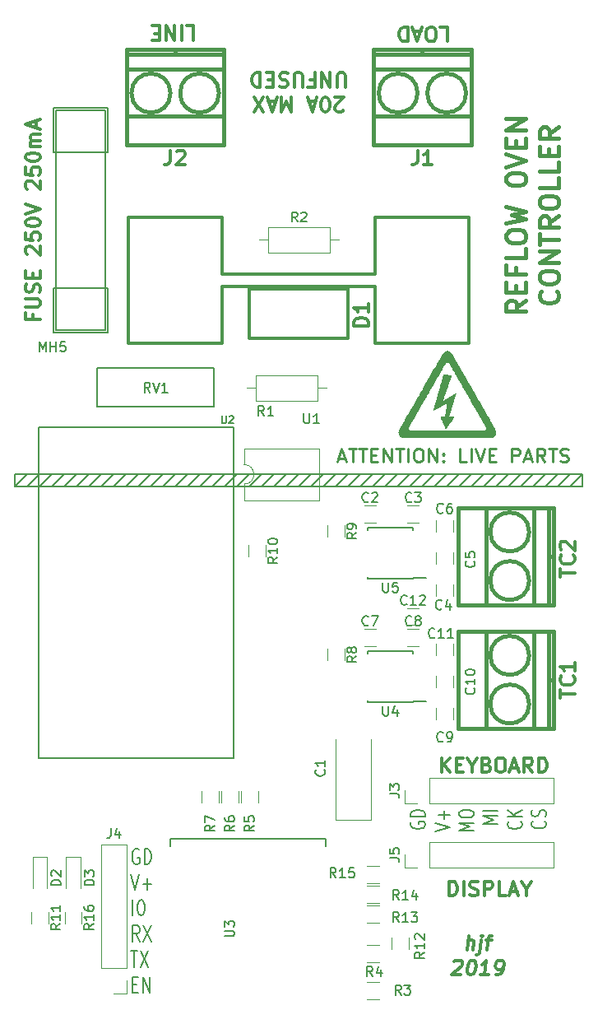
<source format=gbr>
G04 #@! TF.GenerationSoftware,KiCad,Pcbnew,(5.0.1)-4*
G04 #@! TF.CreationDate,2019-02-15T22:12:16-03:00*
G04 #@! TF.ProjectId,reflow,7265666C6F772E6B696361645F706362,rev?*
G04 #@! TF.SameCoordinates,Original*
G04 #@! TF.FileFunction,Legend,Top*
G04 #@! TF.FilePolarity,Positive*
%FSLAX46Y46*%
G04 Gerber Fmt 4.6, Leading zero omitted, Abs format (unit mm)*
G04 Created by KiCad (PCBNEW (5.0.1)-4) date 15/2/2019 22:12:16*
%MOMM*%
%LPD*%
G01*
G04 APERTURE LIST*
%ADD10C,0.300000*%
%ADD11C,0.250000*%
%ADD12C,0.200000*%
%ADD13C,0.400000*%
%ADD14C,0.120000*%
%ADD15C,0.150000*%
%ADD16C,0.381000*%
%ADD17C,0.152400*%
%ADD18C,0.304800*%
%ADD19C,0.127000*%
%ADD20C,0.010000*%
G04 APERTURE END LIST*
D10*
X123717857Y-50890000D02*
X123717857Y-51390000D01*
X124503571Y-51390000D02*
X123003571Y-51390000D01*
X123003571Y-50675714D01*
X123003571Y-50104285D02*
X124217857Y-50104285D01*
X124360714Y-50032857D01*
X124432142Y-49961428D01*
X124503571Y-49818571D01*
X124503571Y-49532857D01*
X124432142Y-49390000D01*
X124360714Y-49318571D01*
X124217857Y-49247142D01*
X123003571Y-49247142D01*
X124432142Y-48604285D02*
X124503571Y-48390000D01*
X124503571Y-48032857D01*
X124432142Y-47890000D01*
X124360714Y-47818571D01*
X124217857Y-47747142D01*
X124075000Y-47747142D01*
X123932142Y-47818571D01*
X123860714Y-47890000D01*
X123789285Y-48032857D01*
X123717857Y-48318571D01*
X123646428Y-48461428D01*
X123575000Y-48532857D01*
X123432142Y-48604285D01*
X123289285Y-48604285D01*
X123146428Y-48532857D01*
X123075000Y-48461428D01*
X123003571Y-48318571D01*
X123003571Y-47961428D01*
X123075000Y-47747142D01*
X123717857Y-47104285D02*
X123717857Y-46604285D01*
X124503571Y-46390000D02*
X124503571Y-47104285D01*
X123003571Y-47104285D01*
X123003571Y-46390000D01*
X123146428Y-44675714D02*
X123075000Y-44604285D01*
X123003571Y-44461428D01*
X123003571Y-44104285D01*
X123075000Y-43961428D01*
X123146428Y-43890000D01*
X123289285Y-43818571D01*
X123432142Y-43818571D01*
X123646428Y-43890000D01*
X124503571Y-44747142D01*
X124503571Y-43818571D01*
X123003571Y-42461428D02*
X123003571Y-43175714D01*
X123717857Y-43247142D01*
X123646428Y-43175714D01*
X123575000Y-43032857D01*
X123575000Y-42675714D01*
X123646428Y-42532857D01*
X123717857Y-42461428D01*
X123860714Y-42390000D01*
X124217857Y-42390000D01*
X124360714Y-42461428D01*
X124432142Y-42532857D01*
X124503571Y-42675714D01*
X124503571Y-43032857D01*
X124432142Y-43175714D01*
X124360714Y-43247142D01*
X123003571Y-41461428D02*
X123003571Y-41318571D01*
X123075000Y-41175714D01*
X123146428Y-41104285D01*
X123289285Y-41032857D01*
X123575000Y-40961428D01*
X123932142Y-40961428D01*
X124217857Y-41032857D01*
X124360714Y-41104285D01*
X124432142Y-41175714D01*
X124503571Y-41318571D01*
X124503571Y-41461428D01*
X124432142Y-41604285D01*
X124360714Y-41675714D01*
X124217857Y-41747142D01*
X123932142Y-41818571D01*
X123575000Y-41818571D01*
X123289285Y-41747142D01*
X123146428Y-41675714D01*
X123075000Y-41604285D01*
X123003571Y-41461428D01*
X123003571Y-40532857D02*
X124503571Y-40032857D01*
X123003571Y-39532857D01*
X123146428Y-37961428D02*
X123075000Y-37890000D01*
X123003571Y-37747142D01*
X123003571Y-37390000D01*
X123075000Y-37247142D01*
X123146428Y-37175714D01*
X123289285Y-37104285D01*
X123432142Y-37104285D01*
X123646428Y-37175714D01*
X124503571Y-38032857D01*
X124503571Y-37104285D01*
X123003571Y-35747142D02*
X123003571Y-36461428D01*
X123717857Y-36532857D01*
X123646428Y-36461428D01*
X123575000Y-36318571D01*
X123575000Y-35961428D01*
X123646428Y-35818571D01*
X123717857Y-35747142D01*
X123860714Y-35675714D01*
X124217857Y-35675714D01*
X124360714Y-35747142D01*
X124432142Y-35818571D01*
X124503571Y-35961428D01*
X124503571Y-36318571D01*
X124432142Y-36461428D01*
X124360714Y-36532857D01*
X123003571Y-34747142D02*
X123003571Y-34604285D01*
X123075000Y-34461428D01*
X123146428Y-34390000D01*
X123289285Y-34318571D01*
X123575000Y-34247142D01*
X123932142Y-34247142D01*
X124217857Y-34318571D01*
X124360714Y-34390000D01*
X124432142Y-34461428D01*
X124503571Y-34604285D01*
X124503571Y-34747142D01*
X124432142Y-34890000D01*
X124360714Y-34961428D01*
X124217857Y-35032857D01*
X123932142Y-35104285D01*
X123575000Y-35104285D01*
X123289285Y-35032857D01*
X123146428Y-34961428D01*
X123075000Y-34890000D01*
X123003571Y-34747142D01*
X124503571Y-33604285D02*
X123503571Y-33604285D01*
X123646428Y-33604285D02*
X123575000Y-33532857D01*
X123503571Y-33390000D01*
X123503571Y-33175714D01*
X123575000Y-33032857D01*
X123717857Y-32961428D01*
X124503571Y-32961428D01*
X123717857Y-32961428D02*
X123575000Y-32890000D01*
X123503571Y-32747142D01*
X123503571Y-32532857D01*
X123575000Y-32390000D01*
X123717857Y-32318571D01*
X124503571Y-32318571D01*
X124075000Y-31675714D02*
X124075000Y-30961428D01*
X124503571Y-31818571D02*
X123003571Y-31318571D01*
X124503571Y-30818571D01*
X155701428Y-29893571D02*
X155630000Y-29965000D01*
X155487142Y-30036428D01*
X155130000Y-30036428D01*
X154987142Y-29965000D01*
X154915714Y-29893571D01*
X154844285Y-29750714D01*
X154844285Y-29607857D01*
X154915714Y-29393571D01*
X155772857Y-28536428D01*
X154844285Y-28536428D01*
X153915714Y-30036428D02*
X153772857Y-30036428D01*
X153630000Y-29965000D01*
X153558571Y-29893571D01*
X153487142Y-29750714D01*
X153415714Y-29465000D01*
X153415714Y-29107857D01*
X153487142Y-28822142D01*
X153558571Y-28679285D01*
X153630000Y-28607857D01*
X153772857Y-28536428D01*
X153915714Y-28536428D01*
X154058571Y-28607857D01*
X154130000Y-28679285D01*
X154201428Y-28822142D01*
X154272857Y-29107857D01*
X154272857Y-29465000D01*
X154201428Y-29750714D01*
X154130000Y-29893571D01*
X154058571Y-29965000D01*
X153915714Y-30036428D01*
X152844285Y-28965000D02*
X152130000Y-28965000D01*
X152987142Y-28536428D02*
X152487142Y-30036428D01*
X151987142Y-28536428D01*
X150344285Y-28536428D02*
X150344285Y-30036428D01*
X149844285Y-28965000D01*
X149344285Y-30036428D01*
X149344285Y-28536428D01*
X148701428Y-28965000D02*
X147987142Y-28965000D01*
X148844285Y-28536428D02*
X148344285Y-30036428D01*
X147844285Y-28536428D01*
X147487142Y-30036428D02*
X146487142Y-28536428D01*
X146487142Y-30036428D02*
X147487142Y-28536428D01*
X155915714Y-27486428D02*
X155915714Y-26272142D01*
X155844285Y-26129285D01*
X155772857Y-26057857D01*
X155630000Y-25986428D01*
X155344285Y-25986428D01*
X155201428Y-26057857D01*
X155130000Y-26129285D01*
X155058571Y-26272142D01*
X155058571Y-27486428D01*
X154344285Y-25986428D02*
X154344285Y-27486428D01*
X153487142Y-25986428D01*
X153487142Y-27486428D01*
X152272857Y-26772142D02*
X152772857Y-26772142D01*
X152772857Y-25986428D02*
X152772857Y-27486428D01*
X152058571Y-27486428D01*
X151487142Y-27486428D02*
X151487142Y-26272142D01*
X151415714Y-26129285D01*
X151344285Y-26057857D01*
X151201428Y-25986428D01*
X150915714Y-25986428D01*
X150772857Y-26057857D01*
X150701428Y-26129285D01*
X150630000Y-26272142D01*
X150630000Y-27486428D01*
X149987142Y-26057857D02*
X149772857Y-25986428D01*
X149415714Y-25986428D01*
X149272857Y-26057857D01*
X149201428Y-26129285D01*
X149130000Y-26272142D01*
X149130000Y-26415000D01*
X149201428Y-26557857D01*
X149272857Y-26629285D01*
X149415714Y-26700714D01*
X149701428Y-26772142D01*
X149844285Y-26843571D01*
X149915714Y-26915000D01*
X149987142Y-27057857D01*
X149987142Y-27200714D01*
X149915714Y-27343571D01*
X149844285Y-27415000D01*
X149701428Y-27486428D01*
X149344285Y-27486428D01*
X149130000Y-27415000D01*
X148487142Y-26772142D02*
X147987142Y-26772142D01*
X147772857Y-25986428D02*
X148487142Y-25986428D01*
X148487142Y-27486428D01*
X147772857Y-27486428D01*
X147130000Y-25986428D02*
X147130000Y-27486428D01*
X146772857Y-27486428D01*
X146558571Y-27415000D01*
X146415714Y-27272142D01*
X146344285Y-27129285D01*
X146272857Y-26843571D01*
X146272857Y-26629285D01*
X146344285Y-26343571D01*
X146415714Y-26200714D01*
X146558571Y-26057857D01*
X146772857Y-25986428D01*
X147130000Y-25986428D01*
D11*
X155171666Y-65638333D02*
X155838333Y-65638333D01*
X155038333Y-66038333D02*
X155505000Y-64638333D01*
X155971666Y-66038333D01*
X156238333Y-64638333D02*
X157038333Y-64638333D01*
X156638333Y-66038333D02*
X156638333Y-64638333D01*
X157305000Y-64638333D02*
X158105000Y-64638333D01*
X157705000Y-66038333D02*
X157705000Y-64638333D01*
X158571666Y-65305000D02*
X159038333Y-65305000D01*
X159238333Y-66038333D02*
X158571666Y-66038333D01*
X158571666Y-64638333D01*
X159238333Y-64638333D01*
X159838333Y-66038333D02*
X159838333Y-64638333D01*
X160638333Y-66038333D01*
X160638333Y-64638333D01*
X161105000Y-64638333D02*
X161905000Y-64638333D01*
X161505000Y-66038333D02*
X161505000Y-64638333D01*
X162371666Y-66038333D02*
X162371666Y-64638333D01*
X163305000Y-64638333D02*
X163571666Y-64638333D01*
X163705000Y-64705000D01*
X163838333Y-64838333D01*
X163905000Y-65105000D01*
X163905000Y-65571666D01*
X163838333Y-65838333D01*
X163705000Y-65971666D01*
X163571666Y-66038333D01*
X163305000Y-66038333D01*
X163171666Y-65971666D01*
X163038333Y-65838333D01*
X162971666Y-65571666D01*
X162971666Y-65105000D01*
X163038333Y-64838333D01*
X163171666Y-64705000D01*
X163305000Y-64638333D01*
X164505000Y-66038333D02*
X164505000Y-64638333D01*
X165305000Y-66038333D01*
X165305000Y-64638333D01*
X165971666Y-65905000D02*
X166038333Y-65971666D01*
X165971666Y-66038333D01*
X165905000Y-65971666D01*
X165971666Y-65905000D01*
X165971666Y-66038333D01*
X165971666Y-65171666D02*
X166038333Y-65238333D01*
X165971666Y-65305000D01*
X165905000Y-65238333D01*
X165971666Y-65171666D01*
X165971666Y-65305000D01*
X168371666Y-66038333D02*
X167705000Y-66038333D01*
X167705000Y-64638333D01*
X168838333Y-66038333D02*
X168838333Y-64638333D01*
X169305000Y-64638333D02*
X169771666Y-66038333D01*
X170238333Y-64638333D01*
X170705000Y-65305000D02*
X171171666Y-65305000D01*
X171371666Y-66038333D02*
X170705000Y-66038333D01*
X170705000Y-64638333D01*
X171371666Y-64638333D01*
X173038333Y-66038333D02*
X173038333Y-64638333D01*
X173571666Y-64638333D01*
X173705000Y-64705000D01*
X173771666Y-64771666D01*
X173838333Y-64905000D01*
X173838333Y-65105000D01*
X173771666Y-65238333D01*
X173705000Y-65305000D01*
X173571666Y-65371666D01*
X173038333Y-65371666D01*
X174371666Y-65638333D02*
X175038333Y-65638333D01*
X174238333Y-66038333D02*
X174705000Y-64638333D01*
X175171666Y-66038333D01*
X176438333Y-66038333D02*
X175971666Y-65371666D01*
X175638333Y-66038333D02*
X175638333Y-64638333D01*
X176171666Y-64638333D01*
X176305000Y-64705000D01*
X176371666Y-64771666D01*
X176438333Y-64905000D01*
X176438333Y-65105000D01*
X176371666Y-65238333D01*
X176305000Y-65305000D01*
X176171666Y-65371666D01*
X175638333Y-65371666D01*
X176838333Y-64638333D02*
X177638333Y-64638333D01*
X177238333Y-66038333D02*
X177238333Y-64638333D01*
X178038333Y-65971666D02*
X178238333Y-66038333D01*
X178571666Y-66038333D01*
X178705000Y-65971666D01*
X178771666Y-65905000D01*
X178838333Y-65771666D01*
X178838333Y-65638333D01*
X178771666Y-65505000D01*
X178705000Y-65438333D01*
X178571666Y-65371666D01*
X178305000Y-65305000D01*
X178171666Y-65238333D01*
X178105000Y-65171666D01*
X178038333Y-65038333D01*
X178038333Y-64905000D01*
X178105000Y-64771666D01*
X178171666Y-64705000D01*
X178305000Y-64638333D01*
X178638333Y-64638333D01*
X178838333Y-64705000D01*
D12*
X179070000Y-68580000D02*
X180340000Y-67310000D01*
X177800000Y-68580000D02*
X179070000Y-67310000D01*
X176530000Y-68580000D02*
X177800000Y-67310000D01*
X175260000Y-68580000D02*
X176530000Y-67310000D01*
X173990000Y-68580000D02*
X175260000Y-67310000D01*
X172720000Y-68580000D02*
X173990000Y-67310000D01*
X171450000Y-68580000D02*
X172720000Y-67310000D01*
X170180000Y-68580000D02*
X171450000Y-67310000D01*
X168910000Y-68580000D02*
X170180000Y-67310000D01*
X167640000Y-68580000D02*
X168910000Y-67310000D01*
X166370000Y-68580000D02*
X167640000Y-67310000D01*
X165100000Y-68580000D02*
X166370000Y-67310000D01*
X163830000Y-68580000D02*
X165100000Y-67310000D01*
X162560000Y-68580000D02*
X163830000Y-67310000D01*
X161290000Y-68580000D02*
X162560000Y-67310000D01*
X160020000Y-68580000D02*
X161290000Y-67310000D01*
X158750000Y-68580000D02*
X160020000Y-67310000D01*
X157480000Y-68580000D02*
X158750000Y-67310000D01*
X156210000Y-68580000D02*
X157480000Y-67310000D01*
X154940000Y-68580000D02*
X156210000Y-67310000D01*
X153670000Y-68580000D02*
X154940000Y-67310000D01*
X152400000Y-68580000D02*
X153670000Y-67310000D01*
X151130000Y-68580000D02*
X152400000Y-67310000D01*
X149860000Y-68580000D02*
X151130000Y-67310000D01*
X148590000Y-68580000D02*
X149860000Y-67310000D01*
X147320000Y-68580000D02*
X148590000Y-67310000D01*
X146050000Y-68580000D02*
X147320000Y-67310000D01*
X144780000Y-68580000D02*
X146050000Y-67310000D01*
X143510000Y-68580000D02*
X144780000Y-67310000D01*
X142240000Y-68580000D02*
X143510000Y-67310000D01*
X140970000Y-68580000D02*
X142240000Y-67310000D01*
X139700000Y-68580000D02*
X140970000Y-67310000D01*
X138430000Y-68580000D02*
X139700000Y-67310000D01*
X137160000Y-68580000D02*
X138430000Y-67310000D01*
X135890000Y-68580000D02*
X137160000Y-67310000D01*
X134620000Y-68580000D02*
X135890000Y-67310000D01*
X133350000Y-68580000D02*
X134620000Y-67310000D01*
X132080000Y-68580000D02*
X133350000Y-67310000D01*
X130810000Y-68580000D02*
X132080000Y-67310000D01*
X129540000Y-68580000D02*
X130810000Y-67310000D01*
X128270000Y-68580000D02*
X129540000Y-67310000D01*
X127000000Y-68580000D02*
X128270000Y-67310000D01*
X125730000Y-68580000D02*
X127000000Y-67310000D01*
X124460000Y-68580000D02*
X125730000Y-67310000D01*
X123190000Y-68580000D02*
X124460000Y-67310000D01*
X121920000Y-68580000D02*
X123190000Y-67310000D01*
X121920000Y-67310000D02*
X121920000Y-68580000D01*
X121920000Y-68580000D02*
X121920000Y-67310000D01*
X180340000Y-68580000D02*
X121920000Y-68580000D01*
X180340000Y-67310000D02*
X180340000Y-68580000D01*
X121920000Y-67310000D02*
X180340000Y-67310000D01*
X134648285Y-105877750D02*
X134534000Y-105800369D01*
X134362571Y-105800369D01*
X134191142Y-105877750D01*
X134076857Y-106032511D01*
X134019714Y-106187273D01*
X133962571Y-106496797D01*
X133962571Y-106728940D01*
X134019714Y-107038464D01*
X134076857Y-107193226D01*
X134191142Y-107347988D01*
X134362571Y-107425369D01*
X134476857Y-107425369D01*
X134648285Y-107347988D01*
X134705428Y-107270607D01*
X134705428Y-106728940D01*
X134476857Y-106728940D01*
X135219714Y-107425369D02*
X135219714Y-105800369D01*
X135505428Y-105800369D01*
X135676857Y-105877750D01*
X135791142Y-106032511D01*
X135848285Y-106187273D01*
X135905428Y-106496797D01*
X135905428Y-106728940D01*
X135848285Y-107038464D01*
X135791142Y-107193226D01*
X135676857Y-107347988D01*
X135505428Y-107425369D01*
X135219714Y-107425369D01*
X133848285Y-108437869D02*
X134248285Y-110062869D01*
X134648285Y-108437869D01*
X135048285Y-109443821D02*
X135962571Y-109443821D01*
X135505428Y-110062869D02*
X135505428Y-108824773D01*
X134019714Y-112700369D02*
X134019714Y-111075369D01*
X134819714Y-111075369D02*
X134934000Y-111075369D01*
X135048285Y-111152750D01*
X135105428Y-111230130D01*
X135162571Y-111384892D01*
X135219714Y-111694416D01*
X135219714Y-112081321D01*
X135162571Y-112390845D01*
X135105428Y-112545607D01*
X135048285Y-112622988D01*
X134934000Y-112700369D01*
X134819714Y-112700369D01*
X134705428Y-112622988D01*
X134648285Y-112545607D01*
X134591142Y-112390845D01*
X134534000Y-112081321D01*
X134534000Y-111694416D01*
X134591142Y-111384892D01*
X134648285Y-111230130D01*
X134705428Y-111152750D01*
X134819714Y-111075369D01*
X134705428Y-115337869D02*
X134305428Y-114564059D01*
X134019714Y-115337869D02*
X134019714Y-113712869D01*
X134476857Y-113712869D01*
X134591142Y-113790250D01*
X134648285Y-113867630D01*
X134705428Y-114022392D01*
X134705428Y-114254535D01*
X134648285Y-114409297D01*
X134591142Y-114486678D01*
X134476857Y-114564059D01*
X134019714Y-114564059D01*
X135105428Y-113712869D02*
X135905428Y-115337869D01*
X135905428Y-113712869D02*
X135105428Y-115337869D01*
X133848285Y-116350369D02*
X134534000Y-116350369D01*
X134191142Y-117975369D02*
X134191142Y-116350369D01*
X134819714Y-116350369D02*
X135619714Y-117975369D01*
X135619714Y-116350369D02*
X134819714Y-117975369D01*
X134019714Y-119761678D02*
X134419714Y-119761678D01*
X134591142Y-120612869D02*
X134019714Y-120612869D01*
X134019714Y-118987869D01*
X134591142Y-118987869D01*
X135105428Y-120612869D02*
X135105428Y-118987869D01*
X135791142Y-120612869D01*
X135791142Y-118987869D01*
X162690750Y-103088714D02*
X162618130Y-103203000D01*
X162618130Y-103374428D01*
X162690750Y-103545857D01*
X162835988Y-103660142D01*
X162981226Y-103717285D01*
X163271702Y-103774428D01*
X163489559Y-103774428D01*
X163780035Y-103717285D01*
X163925273Y-103660142D01*
X164070511Y-103545857D01*
X164143130Y-103374428D01*
X164143130Y-103260142D01*
X164070511Y-103088714D01*
X163997892Y-103031571D01*
X163489559Y-103031571D01*
X163489559Y-103260142D01*
X164143130Y-102517285D02*
X162618130Y-102517285D01*
X162618130Y-102231571D01*
X162690750Y-102060142D01*
X162835988Y-101945857D01*
X162981226Y-101888714D01*
X163271702Y-101831571D01*
X163489559Y-101831571D01*
X163780035Y-101888714D01*
X163925273Y-101945857D01*
X164070511Y-102060142D01*
X164143130Y-102231571D01*
X164143130Y-102517285D01*
X165105630Y-104003000D02*
X166630630Y-103603000D01*
X165105630Y-103203000D01*
X166049678Y-102803000D02*
X166049678Y-101888714D01*
X166630630Y-102345857D02*
X165468726Y-102345857D01*
X169118130Y-103945857D02*
X167593130Y-103945857D01*
X168682416Y-103545857D01*
X167593130Y-103145857D01*
X169118130Y-103145857D01*
X167593130Y-102345857D02*
X167593130Y-102117285D01*
X167665750Y-102003000D01*
X167810988Y-101888714D01*
X168101464Y-101831571D01*
X168609797Y-101831571D01*
X168900273Y-101888714D01*
X169045511Y-102003000D01*
X169118130Y-102117285D01*
X169118130Y-102345857D01*
X169045511Y-102460142D01*
X168900273Y-102574428D01*
X168609797Y-102631571D01*
X168101464Y-102631571D01*
X167810988Y-102574428D01*
X167665750Y-102460142D01*
X167593130Y-102345857D01*
X171605630Y-103260142D02*
X170080630Y-103260142D01*
X171169916Y-102860142D01*
X170080630Y-102460142D01*
X171605630Y-102460142D01*
X171605630Y-101888714D02*
X170080630Y-101888714D01*
X173947892Y-103031571D02*
X174020511Y-103088714D01*
X174093130Y-103260142D01*
X174093130Y-103374428D01*
X174020511Y-103545857D01*
X173875273Y-103660142D01*
X173730035Y-103717285D01*
X173439559Y-103774428D01*
X173221702Y-103774428D01*
X172931226Y-103717285D01*
X172785988Y-103660142D01*
X172640750Y-103545857D01*
X172568130Y-103374428D01*
X172568130Y-103260142D01*
X172640750Y-103088714D01*
X172713369Y-103031571D01*
X174093130Y-102517285D02*
X172568130Y-102517285D01*
X174093130Y-101831571D02*
X173221702Y-102345857D01*
X172568130Y-101831571D02*
X173439559Y-102517285D01*
X176435392Y-102974428D02*
X176508011Y-103031571D01*
X176580630Y-103203000D01*
X176580630Y-103317285D01*
X176508011Y-103488714D01*
X176362773Y-103603000D01*
X176217535Y-103660142D01*
X175927059Y-103717285D01*
X175709202Y-103717285D01*
X175418726Y-103660142D01*
X175273488Y-103603000D01*
X175128250Y-103488714D01*
X175055630Y-103317285D01*
X175055630Y-103203000D01*
X175128250Y-103031571D01*
X175200869Y-102974428D01*
X176508011Y-102517285D02*
X176580630Y-102345857D01*
X176580630Y-102060142D01*
X176508011Y-101945857D01*
X176435392Y-101888714D01*
X176290154Y-101831571D01*
X176144916Y-101831571D01*
X175999678Y-101888714D01*
X175927059Y-101945857D01*
X175854440Y-102060142D01*
X175781821Y-102288714D01*
X175709202Y-102403000D01*
X175636583Y-102460142D01*
X175491345Y-102517285D01*
X175346107Y-102517285D01*
X175200869Y-102460142D01*
X175128250Y-102403000D01*
X175055630Y-102288714D01*
X175055630Y-102003000D01*
X175128250Y-101831571D01*
D10*
X168408785Y-116243571D02*
X168596285Y-114743571D01*
X169051642Y-116243571D02*
X169149857Y-115457857D01*
X169096285Y-115315000D01*
X168962357Y-115243571D01*
X168748071Y-115243571D01*
X168596285Y-115315000D01*
X168515928Y-115386428D01*
X169890928Y-115243571D02*
X169730214Y-116529285D01*
X169640928Y-116672142D01*
X169489142Y-116743571D01*
X169417714Y-116743571D01*
X169953428Y-114743571D02*
X169873071Y-114815000D01*
X169935571Y-114886428D01*
X170015928Y-114815000D01*
X169953428Y-114743571D01*
X169935571Y-114886428D01*
X170390928Y-115243571D02*
X170962357Y-115243571D01*
X170480214Y-116243571D02*
X170640928Y-114957857D01*
X170730214Y-114815000D01*
X170882000Y-114743571D01*
X171024857Y-114743571D01*
X167114142Y-117436428D02*
X167194500Y-117365000D01*
X167346285Y-117293571D01*
X167703428Y-117293571D01*
X167837357Y-117365000D01*
X167899857Y-117436428D01*
X167953428Y-117579285D01*
X167935571Y-117722142D01*
X167837357Y-117936428D01*
X166873071Y-118793571D01*
X167801642Y-118793571D01*
X168917714Y-117293571D02*
X169060571Y-117293571D01*
X169194500Y-117365000D01*
X169257000Y-117436428D01*
X169310571Y-117579285D01*
X169346285Y-117865000D01*
X169301642Y-118222142D01*
X169194500Y-118507857D01*
X169105214Y-118650714D01*
X169024857Y-118722142D01*
X168873071Y-118793571D01*
X168730214Y-118793571D01*
X168596285Y-118722142D01*
X168533785Y-118650714D01*
X168480214Y-118507857D01*
X168444500Y-118222142D01*
X168489142Y-117865000D01*
X168596285Y-117579285D01*
X168685571Y-117436428D01*
X168765928Y-117365000D01*
X168917714Y-117293571D01*
X170658785Y-118793571D02*
X169801642Y-118793571D01*
X170230214Y-118793571D02*
X170417714Y-117293571D01*
X170248071Y-117507857D01*
X170087357Y-117650714D01*
X169935571Y-117722142D01*
X171373071Y-118793571D02*
X171658785Y-118793571D01*
X171810571Y-118722142D01*
X171890928Y-118650714D01*
X172060571Y-118436428D01*
X172167714Y-118150714D01*
X172239142Y-117579285D01*
X172185571Y-117436428D01*
X172123071Y-117365000D01*
X171989142Y-117293571D01*
X171703428Y-117293571D01*
X171551642Y-117365000D01*
X171471285Y-117436428D01*
X171382000Y-117579285D01*
X171337357Y-117936428D01*
X171390928Y-118079285D01*
X171453428Y-118150714D01*
X171587357Y-118222142D01*
X171873071Y-118222142D01*
X172024857Y-118150714D01*
X172105214Y-118079285D01*
X172194500Y-117936428D01*
X177994571Y-77838857D02*
X177994571Y-76981714D01*
X179494571Y-77410285D02*
X177994571Y-77410285D01*
X179351714Y-75624571D02*
X179423142Y-75696000D01*
X179494571Y-75910285D01*
X179494571Y-76053142D01*
X179423142Y-76267428D01*
X179280285Y-76410285D01*
X179137428Y-76481714D01*
X178851714Y-76553142D01*
X178637428Y-76553142D01*
X178351714Y-76481714D01*
X178208857Y-76410285D01*
X178066000Y-76267428D01*
X177994571Y-76053142D01*
X177994571Y-75910285D01*
X178066000Y-75696000D01*
X178137428Y-75624571D01*
X178137428Y-75053142D02*
X178066000Y-74981714D01*
X177994571Y-74838857D01*
X177994571Y-74481714D01*
X178066000Y-74338857D01*
X178137428Y-74267428D01*
X178280285Y-74196000D01*
X178423142Y-74196000D01*
X178637428Y-74267428D01*
X179494571Y-75124571D01*
X179494571Y-74196000D01*
X177994571Y-90284857D02*
X177994571Y-89427714D01*
X179494571Y-89856285D02*
X177994571Y-89856285D01*
X179351714Y-88070571D02*
X179423142Y-88142000D01*
X179494571Y-88356285D01*
X179494571Y-88499142D01*
X179423142Y-88713428D01*
X179280285Y-88856285D01*
X179137428Y-88927714D01*
X178851714Y-88999142D01*
X178637428Y-88999142D01*
X178351714Y-88927714D01*
X178208857Y-88856285D01*
X178066000Y-88713428D01*
X177994571Y-88499142D01*
X177994571Y-88356285D01*
X178066000Y-88142000D01*
X178137428Y-88070571D01*
X179494571Y-86642000D02*
X179494571Y-87499142D01*
X179494571Y-87070571D02*
X177994571Y-87070571D01*
X178208857Y-87213428D01*
X178351714Y-87356285D01*
X178423142Y-87499142D01*
X166580857Y-110660571D02*
X166580857Y-109160571D01*
X166938000Y-109160571D01*
X167152285Y-109232000D01*
X167295142Y-109374857D01*
X167366571Y-109517714D01*
X167438000Y-109803428D01*
X167438000Y-110017714D01*
X167366571Y-110303428D01*
X167295142Y-110446285D01*
X167152285Y-110589142D01*
X166938000Y-110660571D01*
X166580857Y-110660571D01*
X168080857Y-110660571D02*
X168080857Y-109160571D01*
X168723714Y-110589142D02*
X168938000Y-110660571D01*
X169295142Y-110660571D01*
X169438000Y-110589142D01*
X169509428Y-110517714D01*
X169580857Y-110374857D01*
X169580857Y-110232000D01*
X169509428Y-110089142D01*
X169438000Y-110017714D01*
X169295142Y-109946285D01*
X169009428Y-109874857D01*
X168866571Y-109803428D01*
X168795142Y-109732000D01*
X168723714Y-109589142D01*
X168723714Y-109446285D01*
X168795142Y-109303428D01*
X168866571Y-109232000D01*
X169009428Y-109160571D01*
X169366571Y-109160571D01*
X169580857Y-109232000D01*
X170223714Y-110660571D02*
X170223714Y-109160571D01*
X170795142Y-109160571D01*
X170938000Y-109232000D01*
X171009428Y-109303428D01*
X171080857Y-109446285D01*
X171080857Y-109660571D01*
X171009428Y-109803428D01*
X170938000Y-109874857D01*
X170795142Y-109946285D01*
X170223714Y-109946285D01*
X172438000Y-110660571D02*
X171723714Y-110660571D01*
X171723714Y-109160571D01*
X172866571Y-110232000D02*
X173580857Y-110232000D01*
X172723714Y-110660571D02*
X173223714Y-109160571D01*
X173723714Y-110660571D01*
X174509428Y-109946285D02*
X174509428Y-110660571D01*
X174009428Y-109160571D02*
X174509428Y-109946285D01*
X175009428Y-109160571D01*
X165803142Y-97960571D02*
X165803142Y-96460571D01*
X166660285Y-97960571D02*
X166017428Y-97103428D01*
X166660285Y-96460571D02*
X165803142Y-97317714D01*
X167303142Y-97174857D02*
X167803142Y-97174857D01*
X168017428Y-97960571D02*
X167303142Y-97960571D01*
X167303142Y-96460571D01*
X168017428Y-96460571D01*
X168946000Y-97246285D02*
X168946000Y-97960571D01*
X168446000Y-96460571D02*
X168946000Y-97246285D01*
X169446000Y-96460571D01*
X170446000Y-97174857D02*
X170660285Y-97246285D01*
X170731714Y-97317714D01*
X170803142Y-97460571D01*
X170803142Y-97674857D01*
X170731714Y-97817714D01*
X170660285Y-97889142D01*
X170517428Y-97960571D01*
X169946000Y-97960571D01*
X169946000Y-96460571D01*
X170446000Y-96460571D01*
X170588857Y-96532000D01*
X170660285Y-96603428D01*
X170731714Y-96746285D01*
X170731714Y-96889142D01*
X170660285Y-97032000D01*
X170588857Y-97103428D01*
X170446000Y-97174857D01*
X169946000Y-97174857D01*
X171731714Y-96460571D02*
X172017428Y-96460571D01*
X172160285Y-96532000D01*
X172303142Y-96674857D01*
X172374571Y-96960571D01*
X172374571Y-97460571D01*
X172303142Y-97746285D01*
X172160285Y-97889142D01*
X172017428Y-97960571D01*
X171731714Y-97960571D01*
X171588857Y-97889142D01*
X171446000Y-97746285D01*
X171374571Y-97460571D01*
X171374571Y-96960571D01*
X171446000Y-96674857D01*
X171588857Y-96532000D01*
X171731714Y-96460571D01*
X172946000Y-97532000D02*
X173660285Y-97532000D01*
X172803142Y-97960571D02*
X173303142Y-96460571D01*
X173803142Y-97960571D01*
X175160285Y-97960571D02*
X174660285Y-97246285D01*
X174303142Y-97960571D02*
X174303142Y-96460571D01*
X174874571Y-96460571D01*
X175017428Y-96532000D01*
X175088857Y-96603428D01*
X175160285Y-96746285D01*
X175160285Y-96960571D01*
X175088857Y-97103428D01*
X175017428Y-97174857D01*
X174874571Y-97246285D01*
X174303142Y-97246285D01*
X175803142Y-97960571D02*
X175803142Y-96460571D01*
X176160285Y-96460571D01*
X176374571Y-96532000D01*
X176517428Y-96674857D01*
X176588857Y-96817714D01*
X176660285Y-97103428D01*
X176660285Y-97317714D01*
X176588857Y-97603428D01*
X176517428Y-97746285D01*
X176374571Y-97889142D01*
X176160285Y-97960571D01*
X175803142Y-97960571D01*
D13*
X174464761Y-49401904D02*
X173512380Y-50068571D01*
X174464761Y-50544761D02*
X172464761Y-50544761D01*
X172464761Y-49782857D01*
X172560000Y-49592380D01*
X172655238Y-49497142D01*
X172845714Y-49401904D01*
X173131428Y-49401904D01*
X173321904Y-49497142D01*
X173417142Y-49592380D01*
X173512380Y-49782857D01*
X173512380Y-50544761D01*
X173417142Y-48544761D02*
X173417142Y-47878095D01*
X174464761Y-47592380D02*
X174464761Y-48544761D01*
X172464761Y-48544761D01*
X172464761Y-47592380D01*
X173417142Y-46068571D02*
X173417142Y-46735238D01*
X174464761Y-46735238D02*
X172464761Y-46735238D01*
X172464761Y-45782857D01*
X174464761Y-44068571D02*
X174464761Y-45020952D01*
X172464761Y-45020952D01*
X172464761Y-43020952D02*
X172464761Y-42640000D01*
X172560000Y-42449523D01*
X172750476Y-42259047D01*
X173131428Y-42163809D01*
X173798095Y-42163809D01*
X174179047Y-42259047D01*
X174369523Y-42449523D01*
X174464761Y-42640000D01*
X174464761Y-43020952D01*
X174369523Y-43211428D01*
X174179047Y-43401904D01*
X173798095Y-43497142D01*
X173131428Y-43497142D01*
X172750476Y-43401904D01*
X172560000Y-43211428D01*
X172464761Y-43020952D01*
X172464761Y-41497142D02*
X174464761Y-41020952D01*
X173036190Y-40640000D01*
X174464761Y-40259047D01*
X172464761Y-39782857D01*
X172464761Y-37116190D02*
X172464761Y-36735238D01*
X172560000Y-36544761D01*
X172750476Y-36354285D01*
X173131428Y-36259047D01*
X173798095Y-36259047D01*
X174179047Y-36354285D01*
X174369523Y-36544761D01*
X174464761Y-36735238D01*
X174464761Y-37116190D01*
X174369523Y-37306666D01*
X174179047Y-37497142D01*
X173798095Y-37592380D01*
X173131428Y-37592380D01*
X172750476Y-37497142D01*
X172560000Y-37306666D01*
X172464761Y-37116190D01*
X172464761Y-35687619D02*
X174464761Y-35020952D01*
X172464761Y-34354285D01*
X173417142Y-33687619D02*
X173417142Y-33020952D01*
X174464761Y-32735238D02*
X174464761Y-33687619D01*
X172464761Y-33687619D01*
X172464761Y-32735238D01*
X174464761Y-31878095D02*
X172464761Y-31878095D01*
X174464761Y-30735238D01*
X172464761Y-30735238D01*
X177674285Y-48449523D02*
X177769523Y-48544761D01*
X177864761Y-48830476D01*
X177864761Y-49020952D01*
X177769523Y-49306666D01*
X177579047Y-49497142D01*
X177388571Y-49592380D01*
X177007619Y-49687619D01*
X176721904Y-49687619D01*
X176340952Y-49592380D01*
X176150476Y-49497142D01*
X175960000Y-49306666D01*
X175864761Y-49020952D01*
X175864761Y-48830476D01*
X175960000Y-48544761D01*
X176055238Y-48449523D01*
X175864761Y-47211428D02*
X175864761Y-46830476D01*
X175960000Y-46640000D01*
X176150476Y-46449523D01*
X176531428Y-46354285D01*
X177198095Y-46354285D01*
X177579047Y-46449523D01*
X177769523Y-46640000D01*
X177864761Y-46830476D01*
X177864761Y-47211428D01*
X177769523Y-47401904D01*
X177579047Y-47592380D01*
X177198095Y-47687619D01*
X176531428Y-47687619D01*
X176150476Y-47592380D01*
X175960000Y-47401904D01*
X175864761Y-47211428D01*
X177864761Y-45497142D02*
X175864761Y-45497142D01*
X177864761Y-44354285D01*
X175864761Y-44354285D01*
X175864761Y-43687619D02*
X175864761Y-42544761D01*
X177864761Y-43116190D02*
X175864761Y-43116190D01*
X177864761Y-40735238D02*
X176912380Y-41401904D01*
X177864761Y-41878095D02*
X175864761Y-41878095D01*
X175864761Y-41116190D01*
X175960000Y-40925714D01*
X176055238Y-40830476D01*
X176245714Y-40735238D01*
X176531428Y-40735238D01*
X176721904Y-40830476D01*
X176817142Y-40925714D01*
X176912380Y-41116190D01*
X176912380Y-41878095D01*
X175864761Y-39497142D02*
X175864761Y-39116190D01*
X175960000Y-38925714D01*
X176150476Y-38735238D01*
X176531428Y-38640000D01*
X177198095Y-38640000D01*
X177579047Y-38735238D01*
X177769523Y-38925714D01*
X177864761Y-39116190D01*
X177864761Y-39497142D01*
X177769523Y-39687619D01*
X177579047Y-39878095D01*
X177198095Y-39973333D01*
X176531428Y-39973333D01*
X176150476Y-39878095D01*
X175960000Y-39687619D01*
X175864761Y-39497142D01*
X177864761Y-36830476D02*
X177864761Y-37782857D01*
X175864761Y-37782857D01*
X177864761Y-35211428D02*
X177864761Y-36163809D01*
X175864761Y-36163809D01*
X176817142Y-34544761D02*
X176817142Y-33878095D01*
X177864761Y-33592380D02*
X177864761Y-34544761D01*
X175864761Y-34544761D01*
X175864761Y-33592380D01*
X177864761Y-31592380D02*
X176912380Y-32259047D01*
X177864761Y-32735238D02*
X175864761Y-32735238D01*
X175864761Y-31973333D01*
X175960000Y-31782857D01*
X176055238Y-31687619D01*
X176245714Y-31592380D01*
X176531428Y-31592380D01*
X176721904Y-31687619D01*
X176817142Y-31782857D01*
X176912380Y-31973333D01*
X176912380Y-32735238D01*
D10*
X165671285Y-21292428D02*
X166385571Y-21292428D01*
X166385571Y-22792428D01*
X164885571Y-22792428D02*
X164599857Y-22792428D01*
X164457000Y-22721000D01*
X164314142Y-22578142D01*
X164242714Y-22292428D01*
X164242714Y-21792428D01*
X164314142Y-21506714D01*
X164457000Y-21363857D01*
X164599857Y-21292428D01*
X164885571Y-21292428D01*
X165028428Y-21363857D01*
X165171285Y-21506714D01*
X165242714Y-21792428D01*
X165242714Y-22292428D01*
X165171285Y-22578142D01*
X165028428Y-22721000D01*
X164885571Y-22792428D01*
X163671285Y-21721000D02*
X162957000Y-21721000D01*
X163814142Y-21292428D02*
X163314142Y-22792428D01*
X162814142Y-21292428D01*
X162314142Y-21292428D02*
X162314142Y-22792428D01*
X161957000Y-22792428D01*
X161742714Y-22721000D01*
X161599857Y-22578142D01*
X161528428Y-22435285D01*
X161457000Y-22149571D01*
X161457000Y-21935285D01*
X161528428Y-21649571D01*
X161599857Y-21506714D01*
X161742714Y-21363857D01*
X161957000Y-21292428D01*
X162314142Y-21292428D01*
X139533142Y-21165428D02*
X140247428Y-21165428D01*
X140247428Y-22665428D01*
X139033142Y-21165428D02*
X139033142Y-22665428D01*
X138318857Y-21165428D02*
X138318857Y-22665428D01*
X137461714Y-21165428D01*
X137461714Y-22665428D01*
X136747428Y-21951142D02*
X136247428Y-21951142D01*
X136033142Y-21165428D02*
X136747428Y-21165428D01*
X136747428Y-22665428D01*
X136033142Y-22665428D01*
D14*
G04 #@! TO.C,C11*
X165236000Y-85944000D02*
X165236000Y-84744000D01*
X166996000Y-84744000D02*
X166996000Y-85944000D01*
G04 #@! TO.C,C7*
X159030000Y-84954000D02*
X157830000Y-84954000D01*
X157830000Y-83194000D02*
X159030000Y-83194000D01*
G04 #@! TO.C,C8*
X162280000Y-83194000D02*
X163480000Y-83194000D01*
X163480000Y-84954000D02*
X162280000Y-84954000D01*
G04 #@! TO.C,C9*
X166996000Y-91348000D02*
X166996000Y-92548000D01*
X165236000Y-92548000D02*
X165236000Y-91348000D01*
D15*
G04 #@! TO.C,U4*
X162853000Y-90638000D02*
X164203000Y-90638000D01*
X162853000Y-85513000D02*
X158203000Y-85513000D01*
X162853000Y-90763000D02*
X158203000Y-90763000D01*
X162853000Y-85513000D02*
X162853000Y-85738000D01*
X158203000Y-85513000D02*
X158203000Y-85738000D01*
X158203000Y-90763000D02*
X158203000Y-90538000D01*
X162853000Y-90763000D02*
X162853000Y-90638000D01*
D14*
G04 #@! TO.C,C10*
X166996000Y-88046000D02*
X166996000Y-89246000D01*
X165236000Y-89246000D02*
X165236000Y-88046000D01*
D16*
G04 #@! TO.C,J7*
X167520000Y-93432000D02*
X177320000Y-93432000D01*
X167520000Y-83432000D02*
X167520000Y-93432000D01*
X177320000Y-83432000D02*
X167520000Y-83432000D01*
X177320000Y-93432000D02*
X177320000Y-83432000D01*
X176820000Y-93432000D02*
X176820000Y-83432000D01*
X170420000Y-93432000D02*
X170420000Y-83432000D01*
X175320000Y-93432000D02*
X175320000Y-83432000D01*
X174820000Y-90932000D02*
G75*
G03X174820000Y-90932000I-2000000J0D01*
G01*
X174820000Y-85932000D02*
G75*
G03X174820000Y-85932000I-2000000J0D01*
G01*
X176820000Y-88432000D02*
X177320000Y-88432000D01*
D14*
G04 #@! TO.C,J4*
X133410000Y-120710000D02*
X132080000Y-120710000D01*
X133410000Y-119380000D02*
X133410000Y-120710000D01*
X133410000Y-118110000D02*
X130750000Y-118110000D01*
X130750000Y-118110000D02*
X130750000Y-105350000D01*
X133410000Y-118110000D02*
X133410000Y-105350000D01*
X133410000Y-105350000D02*
X130750000Y-105350000D01*
D17*
G04 #@! TO.C,U3*
X153924000Y-105537000D02*
X153924000Y-104775000D01*
X153924000Y-104775000D02*
X137922000Y-104775000D01*
X137922000Y-104775000D02*
X137922000Y-105537000D01*
D16*
G04 #@! TO.C,J1*
X168830000Y-33394000D02*
X168830000Y-23594000D01*
X158830000Y-33394000D02*
X168830000Y-33394000D01*
X158830000Y-23594000D02*
X158830000Y-33394000D01*
X168830000Y-23594000D02*
X158830000Y-23594000D01*
X168830000Y-24094000D02*
X158830000Y-24094000D01*
X168830000Y-30494000D02*
X158830000Y-30494000D01*
X168830000Y-25594000D02*
X158830000Y-25594000D01*
X168330000Y-28094000D02*
G75*
G03X168330000Y-28094000I-2000000J0D01*
G01*
X163330000Y-28094000D02*
G75*
G03X163330000Y-28094000I-2000000J0D01*
G01*
X163830000Y-24094000D02*
X163830000Y-23594000D01*
G04 #@! TO.C,J2*
X138390000Y-24094000D02*
X138390000Y-23594000D01*
X137890000Y-28094000D02*
G75*
G03X137890000Y-28094000I-2000000J0D01*
G01*
X142890000Y-28094000D02*
G75*
G03X142890000Y-28094000I-2000000J0D01*
G01*
X143390000Y-25594000D02*
X133390000Y-25594000D01*
X143390000Y-30494000D02*
X133390000Y-30494000D01*
X143390000Y-24094000D02*
X133390000Y-24094000D01*
X143390000Y-23594000D02*
X133390000Y-23594000D01*
X133390000Y-23594000D02*
X133390000Y-33394000D01*
X133390000Y-33394000D02*
X143390000Y-33394000D01*
X143390000Y-33394000D02*
X143390000Y-23594000D01*
D14*
G04 #@! TO.C,U1*
X145482000Y-64660000D02*
X145482000Y-66310000D01*
X153222000Y-64660000D02*
X145482000Y-64660000D01*
X153222000Y-69960000D02*
X153222000Y-64660000D01*
X145482000Y-69960000D02*
X153222000Y-69960000D01*
X145482000Y-68310000D02*
X145482000Y-69960000D01*
X145482000Y-66310000D02*
G75*
G02X145482000Y-68310000I0J-1000000D01*
G01*
D18*
G04 #@! TO.C,D1*
X168656000Y-40894000D02*
X159004000Y-40894000D01*
X143256000Y-40894000D02*
X133604000Y-40894000D01*
X159004000Y-46736000D02*
X143256000Y-46736000D01*
X143256000Y-40894000D02*
X143256000Y-46736000D01*
X159004000Y-40894000D02*
X159004000Y-46736000D01*
X143256000Y-48006000D02*
X143256000Y-53848000D01*
X159004000Y-53848000D02*
X159004000Y-48006000D01*
X143256000Y-48006000D02*
X159004000Y-48006000D01*
X159004000Y-53848000D02*
X168656000Y-53848000D01*
X133604000Y-53848000D02*
X143256000Y-53848000D01*
X168656000Y-40894000D02*
X168656000Y-53848000D01*
X133604000Y-40894000D02*
X133604000Y-53848000D01*
X146050000Y-49530000D02*
X146050000Y-53340000D01*
X146050000Y-53340000D02*
X156210000Y-53340000D01*
X156210000Y-53340000D02*
X156210000Y-48260000D01*
X156210000Y-48260000D02*
X146050000Y-48260000D01*
X146050000Y-48260000D02*
X146050000Y-49530000D01*
D14*
G04 #@! TO.C,R1*
X145760000Y-58420000D02*
X146650000Y-58420000D01*
X153960000Y-58420000D02*
X153070000Y-58420000D01*
X146650000Y-59730000D02*
X153070000Y-59730000D01*
X146650000Y-57110000D02*
X146650000Y-59730000D01*
X153070000Y-57110000D02*
X146650000Y-57110000D01*
X153070000Y-59730000D02*
X153070000Y-57110000D01*
G04 #@! TO.C,R2*
X147920000Y-41870000D02*
X147920000Y-44490000D01*
X147920000Y-44490000D02*
X154340000Y-44490000D01*
X154340000Y-44490000D02*
X154340000Y-41870000D01*
X154340000Y-41870000D02*
X147920000Y-41870000D01*
X147030000Y-43180000D02*
X147920000Y-43180000D01*
X155230000Y-43180000D02*
X154340000Y-43180000D01*
D19*
G04 #@! TO.C,U2*
X124366000Y-96502000D02*
X144366000Y-96502000D01*
X144366000Y-62502000D02*
X124366000Y-62502000D01*
X124366000Y-62502000D02*
X124366000Y-96502000D01*
X144366000Y-96502000D02*
X144366000Y-62502000D01*
D14*
G04 #@! TO.C,J3*
X161992000Y-101152000D02*
X161992000Y-99822000D01*
X163322000Y-101152000D02*
X161992000Y-101152000D01*
X164592000Y-101152000D02*
X164592000Y-98492000D01*
X164592000Y-98492000D02*
X177352000Y-98492000D01*
X164592000Y-101152000D02*
X177352000Y-101152000D01*
X177352000Y-101152000D02*
X177352000Y-98492000D01*
G04 #@! TO.C,C1*
X154868000Y-102836000D02*
X158568000Y-102836000D01*
X158568000Y-102836000D02*
X158568000Y-94536000D01*
X154868000Y-102836000D02*
X154868000Y-94536000D01*
G04 #@! TO.C,J5*
X161992000Y-107756000D02*
X161992000Y-106426000D01*
X163322000Y-107756000D02*
X161992000Y-107756000D01*
X164592000Y-107756000D02*
X164592000Y-105096000D01*
X164592000Y-105096000D02*
X177352000Y-105096000D01*
X164592000Y-107756000D02*
X177352000Y-107756000D01*
X177352000Y-107756000D02*
X177352000Y-105096000D01*
D15*
G04 #@! TO.C,U5*
X162853000Y-78063000D02*
X162853000Y-77938000D01*
X158203000Y-78063000D02*
X158203000Y-77838000D01*
X158203000Y-72813000D02*
X158203000Y-73038000D01*
X162853000Y-72813000D02*
X162853000Y-73038000D01*
X162853000Y-78063000D02*
X158203000Y-78063000D01*
X162853000Y-72813000D02*
X158203000Y-72813000D01*
X162853000Y-77938000D02*
X164203000Y-77938000D01*
D16*
G04 #@! TO.C,J6*
X176820000Y-75732000D02*
X177320000Y-75732000D01*
X174820000Y-73232000D02*
G75*
G03X174820000Y-73232000I-2000000J0D01*
G01*
X174820000Y-78232000D02*
G75*
G03X174820000Y-78232000I-2000000J0D01*
G01*
X175320000Y-80732000D02*
X175320000Y-70732000D01*
X170420000Y-80732000D02*
X170420000Y-70732000D01*
X176820000Y-80732000D02*
X176820000Y-70732000D01*
X177320000Y-80732000D02*
X177320000Y-70732000D01*
X177320000Y-70732000D02*
X167520000Y-70732000D01*
X167520000Y-70732000D02*
X167520000Y-80732000D01*
X167520000Y-80732000D02*
X177320000Y-80732000D01*
D14*
G04 #@! TO.C,C2*
X157830000Y-70494000D02*
X159030000Y-70494000D01*
X159030000Y-72254000D02*
X157830000Y-72254000D01*
G04 #@! TO.C,C3*
X163480000Y-72254000D02*
X162280000Y-72254000D01*
X162280000Y-70494000D02*
X163480000Y-70494000D01*
G04 #@! TO.C,C4*
X165236000Y-79848000D02*
X165236000Y-78648000D01*
X166996000Y-78648000D02*
X166996000Y-79848000D01*
G04 #@! TO.C,C5*
X165236000Y-76546000D02*
X165236000Y-75346000D01*
X166996000Y-75346000D02*
X166996000Y-76546000D01*
G04 #@! TO.C,C6*
X166996000Y-72044000D02*
X166996000Y-73244000D01*
X165236000Y-73244000D02*
X165236000Y-72044000D01*
G04 #@! TO.C,R3*
X158150000Y-119516000D02*
X159350000Y-119516000D01*
X159350000Y-121276000D02*
X158150000Y-121276000D01*
G04 #@! TO.C,R4*
X159350000Y-117466000D02*
X158150000Y-117466000D01*
X158150000Y-115706000D02*
X159350000Y-115706000D01*
G04 #@! TO.C,R5*
X146930000Y-99904000D02*
X146930000Y-101104000D01*
X145170000Y-101104000D02*
X145170000Y-99904000D01*
G04 #@! TO.C,R6*
X143138000Y-101104000D02*
X143138000Y-99904000D01*
X144898000Y-99904000D02*
X144898000Y-101104000D01*
G04 #@! TO.C,R7*
X142866000Y-99904000D02*
X142866000Y-101104000D01*
X141106000Y-101104000D02*
X141106000Y-99904000D01*
G04 #@! TO.C,R12*
X160664000Y-116170000D02*
X160664000Y-114970000D01*
X162424000Y-114970000D02*
X162424000Y-116170000D01*
G04 #@! TO.C,R13*
X158150000Y-111642000D02*
X159350000Y-111642000D01*
X159350000Y-113402000D02*
X158150000Y-113402000D01*
G04 #@! TO.C,R14*
X159350000Y-111370000D02*
X158150000Y-111370000D01*
X158150000Y-109610000D02*
X159350000Y-109610000D01*
G04 #@! TO.C,R15*
X159350000Y-109338000D02*
X158150000Y-109338000D01*
X158150000Y-107578000D02*
X159350000Y-107578000D01*
G04 #@! TO.C,R8*
X155820000Y-85252000D02*
X155820000Y-86452000D01*
X154060000Y-86452000D02*
X154060000Y-85252000D01*
G04 #@! TO.C,R9*
X154060000Y-73752000D02*
X154060000Y-72552000D01*
X155820000Y-72552000D02*
X155820000Y-73752000D01*
G04 #@! TO.C,R10*
X147692000Y-74584000D02*
X147692000Y-75784000D01*
X145932000Y-75784000D02*
X145932000Y-74584000D01*
D15*
G04 #@! TO.C,F1*
X125857000Y-29577000D02*
X131445000Y-29577000D01*
X125857000Y-34149000D02*
X125857000Y-29577000D01*
X131445000Y-34149000D02*
X125857000Y-34149000D01*
X131445000Y-29577000D02*
X131445000Y-34149000D01*
X126111000Y-29831000D02*
X131191000Y-29831000D01*
X126111000Y-30085000D02*
X126111000Y-29831000D01*
X126111000Y-52437000D02*
X126111000Y-30085000D01*
X131191000Y-52437000D02*
X126111000Y-52437000D01*
X131191000Y-29831000D02*
X131191000Y-52437000D01*
X125857000Y-52691000D02*
X125857000Y-48119000D01*
X125857000Y-48119000D02*
X131445000Y-48119000D01*
X131445000Y-52691000D02*
X125857000Y-52691000D01*
X131445000Y-48119000D02*
X131445000Y-52691000D01*
G04 #@! TO.C,RV1*
X142331000Y-60305000D02*
X142331000Y-56405000D01*
X130331000Y-60305000D02*
X130331000Y-56405000D01*
X142331000Y-60305000D02*
X130331000Y-60305000D01*
X142331000Y-56405000D02*
X130331000Y-56405000D01*
D14*
G04 #@! TO.C,R11*
X125340000Y-112303000D02*
X125340000Y-113503000D01*
X123580000Y-113503000D02*
X123580000Y-112303000D01*
G04 #@! TO.C,R16*
X127009000Y-113503000D02*
X127009000Y-112303000D01*
X128769000Y-112303000D02*
X128769000Y-113503000D01*
G04 #@! TO.C,D2*
X123710000Y-109839000D02*
X123710000Y-106639000D01*
X125210000Y-106639000D02*
X125210000Y-109839000D01*
X125210000Y-106639000D02*
X123710000Y-106639000D01*
G04 #@! TO.C,D3*
X128639000Y-106639000D02*
X127139000Y-106639000D01*
X128639000Y-106639000D02*
X128639000Y-109839000D01*
X127139000Y-109839000D02*
X127139000Y-106639000D01*
D20*
G04 #@! TO.C,G\002A\002A\002A*
G36*
X166111663Y-57048592D02*
X166175529Y-57054623D01*
X166255117Y-57061921D01*
X166344601Y-57069978D01*
X166438155Y-57078283D01*
X166529953Y-57086327D01*
X166614168Y-57093599D01*
X166684975Y-57099589D01*
X166736548Y-57103788D01*
X166763061Y-57105685D01*
X166764588Y-57105741D01*
X166768399Y-57120260D01*
X166759699Y-57162394D01*
X166738887Y-57230535D01*
X166719846Y-57285786D01*
X166691190Y-57366769D01*
X166663250Y-57446445D01*
X166639627Y-57514508D01*
X166626359Y-57553365D01*
X166615042Y-57586605D01*
X166601372Y-57625899D01*
X166583998Y-57675018D01*
X166561569Y-57737734D01*
X166532734Y-57817819D01*
X166496143Y-57919046D01*
X166450444Y-58045184D01*
X166431833Y-58096510D01*
X166402675Y-58177526D01*
X166370744Y-58267258D01*
X166339130Y-58356923D01*
X166310924Y-58437740D01*
X166289215Y-58500926D01*
X166282861Y-58519843D01*
X166268913Y-58560374D01*
X166247056Y-58622174D01*
X166220398Y-58696521D01*
X166194683Y-58767453D01*
X166166355Y-58845636D01*
X166140012Y-58919179D01*
X166118761Y-58979359D01*
X166106498Y-59015063D01*
X166091852Y-59057491D01*
X166069599Y-59119985D01*
X166043277Y-59192665D01*
X166026391Y-59238711D01*
X165998127Y-59316464D01*
X165970674Y-59393839D01*
X165948101Y-59459286D01*
X165939142Y-59486321D01*
X165915442Y-59555565D01*
X165887964Y-59630109D01*
X165876096Y-59660444D01*
X165853574Y-59721079D01*
X165846400Y-59757752D01*
X165857030Y-59771796D01*
X165887921Y-59764544D01*
X165941530Y-59737329D01*
X165978617Y-59716071D01*
X166043054Y-59678102D01*
X166103878Y-59641661D01*
X166150878Y-59612884D01*
X166162327Y-59605659D01*
X166197914Y-59583577D01*
X166253465Y-59549927D01*
X166321374Y-59509286D01*
X166393963Y-59466273D01*
X166469836Y-59421286D01*
X166563509Y-59365347D01*
X166665504Y-59304137D01*
X166766342Y-59243338D01*
X166817296Y-59212484D01*
X166903224Y-59160461D01*
X166985597Y-59110775D01*
X167058122Y-59067210D01*
X167114507Y-59033546D01*
X167143029Y-59016715D01*
X167221151Y-58971151D01*
X167212757Y-59009082D01*
X167204463Y-59040891D01*
X167189350Y-59094007D01*
X167170066Y-59159222D01*
X167160513Y-59190786D01*
X167135469Y-59273196D01*
X167108656Y-59361902D01*
X167085091Y-59440293D01*
X167080881Y-59454371D01*
X167042948Y-59581314D01*
X167012093Y-59684358D01*
X166986282Y-59770232D01*
X166963483Y-59845660D01*
X166941663Y-59917368D01*
X166918788Y-59992082D01*
X166892826Y-60076529D01*
X166892561Y-60077390D01*
X166864608Y-60168491D01*
X166830405Y-60280416D01*
X166792929Y-60403401D01*
X166755155Y-60527683D01*
X166722173Y-60636510D01*
X166690062Y-60742601D01*
X166658559Y-60846612D01*
X166629743Y-60941682D01*
X166605695Y-61020947D01*
X166588494Y-61077548D01*
X166586588Y-61083805D01*
X166564748Y-61155888D01*
X166542711Y-61229259D01*
X166525411Y-61287485D01*
X166500736Y-61371352D01*
X166768178Y-61371352D01*
X166857435Y-61371885D01*
X166935190Y-61373360D01*
X166995970Y-61375592D01*
X167034301Y-61378395D01*
X167044981Y-61380715D01*
X167041090Y-61397311D01*
X167022155Y-61432428D01*
X166992114Y-61478884D01*
X166987738Y-61485182D01*
X166941914Y-61550629D01*
X166890299Y-61624373D01*
X166851795Y-61679400D01*
X166801490Y-61751143D01*
X166742632Y-61834815D01*
X166677661Y-61926969D01*
X166609022Y-62024159D01*
X166539157Y-62122939D01*
X166470509Y-62219862D01*
X166405520Y-62311483D01*
X166346633Y-62394355D01*
X166296291Y-62465032D01*
X166256937Y-62520067D01*
X166231013Y-62556015D01*
X166220961Y-62569429D01*
X166220925Y-62569448D01*
X166213726Y-62555930D01*
X166196839Y-62519882D01*
X166173391Y-62468042D01*
X166163428Y-62445643D01*
X166128684Y-62367810D01*
X166090073Y-62282274D01*
X166055896Y-62207424D01*
X166055598Y-62206777D01*
X166030720Y-62151732D01*
X166012102Y-62108542D01*
X166002991Y-62084800D01*
X166002579Y-62082798D01*
X165996451Y-62064199D01*
X165980930Y-62027285D01*
X165971412Y-62006178D01*
X165915430Y-61883376D01*
X165863187Y-61766559D01*
X165816150Y-61659191D01*
X165775786Y-61564737D01*
X165743561Y-61486662D01*
X165720942Y-61428429D01*
X165709395Y-61393504D01*
X165708479Y-61385006D01*
X165726685Y-61380041D01*
X165770776Y-61375883D01*
X165834691Y-61372894D01*
X165912368Y-61371437D01*
X165936858Y-61371352D01*
X166156799Y-61371352D01*
X166176079Y-61239560D01*
X166188464Y-61156224D01*
X166204938Y-61047374D01*
X166224570Y-60919046D01*
X166246430Y-60777279D01*
X166269586Y-60628111D01*
X166293108Y-60477580D01*
X166314604Y-60340975D01*
X166328970Y-60248966D01*
X166342475Y-60160567D01*
X166353862Y-60084133D01*
X166361875Y-60028020D01*
X166363622Y-60014942D01*
X166374791Y-59928531D01*
X166288528Y-59976848D01*
X166245415Y-60000379D01*
X166180630Y-60034956D01*
X166100914Y-60077019D01*
X166013009Y-60123004D01*
X165946667Y-60157457D01*
X165851132Y-60206969D01*
X165753107Y-60257884D01*
X165661138Y-60305756D01*
X165583775Y-60346136D01*
X165547296Y-60365247D01*
X165400592Y-60442129D01*
X165279751Y-60505058D01*
X165182466Y-60555159D01*
X165106432Y-60593551D01*
X165049342Y-60621359D01*
X165008888Y-60639705D01*
X164982764Y-60649710D01*
X164968663Y-60652498D01*
X164964280Y-60649190D01*
X164964274Y-60648932D01*
X164968612Y-60627298D01*
X164980560Y-60580721D01*
X164998580Y-60514872D01*
X165021132Y-60435421D01*
X165036981Y-60380912D01*
X165063631Y-60289729D01*
X165088857Y-60202778D01*
X165110484Y-60127605D01*
X165126336Y-60071756D01*
X165131419Y-60053428D01*
X165144472Y-60006708D01*
X165163923Y-59938488D01*
X165187147Y-59857918D01*
X165211519Y-59774148D01*
X165211601Y-59773868D01*
X165242210Y-59669040D01*
X165279565Y-59540857D01*
X165321535Y-59396656D01*
X165365985Y-59243771D01*
X165410784Y-59089541D01*
X165453799Y-58941299D01*
X165492896Y-58806384D01*
X165499542Y-58783428D01*
X165517842Y-58720253D01*
X165543366Y-58632206D01*
X165574430Y-58525097D01*
X165609347Y-58404733D01*
X165646434Y-58276927D01*
X165684004Y-58147486D01*
X165691846Y-58120472D01*
X165726764Y-57999960D01*
X165759231Y-57887461D01*
X165788050Y-57787155D01*
X165812027Y-57703221D01*
X165829965Y-57639838D01*
X165840667Y-57601185D01*
X165842724Y-57593302D01*
X165852741Y-57556004D01*
X165869124Y-57498649D01*
X165888862Y-57431723D01*
X165895516Y-57409591D01*
X165919908Y-57328333D01*
X165946061Y-57240324D01*
X165968731Y-57163229D01*
X165970823Y-57156047D01*
X166005088Y-57038289D01*
X166111663Y-57048592D01*
X166111663Y-57048592D01*
G37*
X166111663Y-57048592D02*
X166175529Y-57054623D01*
X166255117Y-57061921D01*
X166344601Y-57069978D01*
X166438155Y-57078283D01*
X166529953Y-57086327D01*
X166614168Y-57093599D01*
X166684975Y-57099589D01*
X166736548Y-57103788D01*
X166763061Y-57105685D01*
X166764588Y-57105741D01*
X166768399Y-57120260D01*
X166759699Y-57162394D01*
X166738887Y-57230535D01*
X166719846Y-57285786D01*
X166691190Y-57366769D01*
X166663250Y-57446445D01*
X166639627Y-57514508D01*
X166626359Y-57553365D01*
X166615042Y-57586605D01*
X166601372Y-57625899D01*
X166583998Y-57675018D01*
X166561569Y-57737734D01*
X166532734Y-57817819D01*
X166496143Y-57919046D01*
X166450444Y-58045184D01*
X166431833Y-58096510D01*
X166402675Y-58177526D01*
X166370744Y-58267258D01*
X166339130Y-58356923D01*
X166310924Y-58437740D01*
X166289215Y-58500926D01*
X166282861Y-58519843D01*
X166268913Y-58560374D01*
X166247056Y-58622174D01*
X166220398Y-58696521D01*
X166194683Y-58767453D01*
X166166355Y-58845636D01*
X166140012Y-58919179D01*
X166118761Y-58979359D01*
X166106498Y-59015063D01*
X166091852Y-59057491D01*
X166069599Y-59119985D01*
X166043277Y-59192665D01*
X166026391Y-59238711D01*
X165998127Y-59316464D01*
X165970674Y-59393839D01*
X165948101Y-59459286D01*
X165939142Y-59486321D01*
X165915442Y-59555565D01*
X165887964Y-59630109D01*
X165876096Y-59660444D01*
X165853574Y-59721079D01*
X165846400Y-59757752D01*
X165857030Y-59771796D01*
X165887921Y-59764544D01*
X165941530Y-59737329D01*
X165978617Y-59716071D01*
X166043054Y-59678102D01*
X166103878Y-59641661D01*
X166150878Y-59612884D01*
X166162327Y-59605659D01*
X166197914Y-59583577D01*
X166253465Y-59549927D01*
X166321374Y-59509286D01*
X166393963Y-59466273D01*
X166469836Y-59421286D01*
X166563509Y-59365347D01*
X166665504Y-59304137D01*
X166766342Y-59243338D01*
X166817296Y-59212484D01*
X166903224Y-59160461D01*
X166985597Y-59110775D01*
X167058122Y-59067210D01*
X167114507Y-59033546D01*
X167143029Y-59016715D01*
X167221151Y-58971151D01*
X167212757Y-59009082D01*
X167204463Y-59040891D01*
X167189350Y-59094007D01*
X167170066Y-59159222D01*
X167160513Y-59190786D01*
X167135469Y-59273196D01*
X167108656Y-59361902D01*
X167085091Y-59440293D01*
X167080881Y-59454371D01*
X167042948Y-59581314D01*
X167012093Y-59684358D01*
X166986282Y-59770232D01*
X166963483Y-59845660D01*
X166941663Y-59917368D01*
X166918788Y-59992082D01*
X166892826Y-60076529D01*
X166892561Y-60077390D01*
X166864608Y-60168491D01*
X166830405Y-60280416D01*
X166792929Y-60403401D01*
X166755155Y-60527683D01*
X166722173Y-60636510D01*
X166690062Y-60742601D01*
X166658559Y-60846612D01*
X166629743Y-60941682D01*
X166605695Y-61020947D01*
X166588494Y-61077548D01*
X166586588Y-61083805D01*
X166564748Y-61155888D01*
X166542711Y-61229259D01*
X166525411Y-61287485D01*
X166500736Y-61371352D01*
X166768178Y-61371352D01*
X166857435Y-61371885D01*
X166935190Y-61373360D01*
X166995970Y-61375592D01*
X167034301Y-61378395D01*
X167044981Y-61380715D01*
X167041090Y-61397311D01*
X167022155Y-61432428D01*
X166992114Y-61478884D01*
X166987738Y-61485182D01*
X166941914Y-61550629D01*
X166890299Y-61624373D01*
X166851795Y-61679400D01*
X166801490Y-61751143D01*
X166742632Y-61834815D01*
X166677661Y-61926969D01*
X166609022Y-62024159D01*
X166539157Y-62122939D01*
X166470509Y-62219862D01*
X166405520Y-62311483D01*
X166346633Y-62394355D01*
X166296291Y-62465032D01*
X166256937Y-62520067D01*
X166231013Y-62556015D01*
X166220961Y-62569429D01*
X166220925Y-62569448D01*
X166213726Y-62555930D01*
X166196839Y-62519882D01*
X166173391Y-62468042D01*
X166163428Y-62445643D01*
X166128684Y-62367810D01*
X166090073Y-62282274D01*
X166055896Y-62207424D01*
X166055598Y-62206777D01*
X166030720Y-62151732D01*
X166012102Y-62108542D01*
X166002991Y-62084800D01*
X166002579Y-62082798D01*
X165996451Y-62064199D01*
X165980930Y-62027285D01*
X165971412Y-62006178D01*
X165915430Y-61883376D01*
X165863187Y-61766559D01*
X165816150Y-61659191D01*
X165775786Y-61564737D01*
X165743561Y-61486662D01*
X165720942Y-61428429D01*
X165709395Y-61393504D01*
X165708479Y-61385006D01*
X165726685Y-61380041D01*
X165770776Y-61375883D01*
X165834691Y-61372894D01*
X165912368Y-61371437D01*
X165936858Y-61371352D01*
X166156799Y-61371352D01*
X166176079Y-61239560D01*
X166188464Y-61156224D01*
X166204938Y-61047374D01*
X166224570Y-60919046D01*
X166246430Y-60777279D01*
X166269586Y-60628111D01*
X166293108Y-60477580D01*
X166314604Y-60340975D01*
X166328970Y-60248966D01*
X166342475Y-60160567D01*
X166353862Y-60084133D01*
X166361875Y-60028020D01*
X166363622Y-60014942D01*
X166374791Y-59928531D01*
X166288528Y-59976848D01*
X166245415Y-60000379D01*
X166180630Y-60034956D01*
X166100914Y-60077019D01*
X166013009Y-60123004D01*
X165946667Y-60157457D01*
X165851132Y-60206969D01*
X165753107Y-60257884D01*
X165661138Y-60305756D01*
X165583775Y-60346136D01*
X165547296Y-60365247D01*
X165400592Y-60442129D01*
X165279751Y-60505058D01*
X165182466Y-60555159D01*
X165106432Y-60593551D01*
X165049342Y-60621359D01*
X165008888Y-60639705D01*
X164982764Y-60649710D01*
X164968663Y-60652498D01*
X164964280Y-60649190D01*
X164964274Y-60648932D01*
X164968612Y-60627298D01*
X164980560Y-60580721D01*
X164998580Y-60514872D01*
X165021132Y-60435421D01*
X165036981Y-60380912D01*
X165063631Y-60289729D01*
X165088857Y-60202778D01*
X165110484Y-60127605D01*
X165126336Y-60071756D01*
X165131419Y-60053428D01*
X165144472Y-60006708D01*
X165163923Y-59938488D01*
X165187147Y-59857918D01*
X165211519Y-59774148D01*
X165211601Y-59773868D01*
X165242210Y-59669040D01*
X165279565Y-59540857D01*
X165321535Y-59396656D01*
X165365985Y-59243771D01*
X165410784Y-59089541D01*
X165453799Y-58941299D01*
X165492896Y-58806384D01*
X165499542Y-58783428D01*
X165517842Y-58720253D01*
X165543366Y-58632206D01*
X165574430Y-58525097D01*
X165609347Y-58404733D01*
X165646434Y-58276927D01*
X165684004Y-58147486D01*
X165691846Y-58120472D01*
X165726764Y-57999960D01*
X165759231Y-57887461D01*
X165788050Y-57787155D01*
X165812027Y-57703221D01*
X165829965Y-57639838D01*
X165840667Y-57601185D01*
X165842724Y-57593302D01*
X165852741Y-57556004D01*
X165869124Y-57498649D01*
X165888862Y-57431723D01*
X165895516Y-57409591D01*
X165919908Y-57328333D01*
X165946061Y-57240324D01*
X165968731Y-57163229D01*
X165970823Y-57156047D01*
X166005088Y-57038289D01*
X166111663Y-57048592D01*
G36*
X166455991Y-54634013D02*
X166559629Y-54672356D01*
X166660649Y-54741680D01*
X166722749Y-54801879D01*
X166750662Y-54833799D01*
X166779431Y-54870440D01*
X166811002Y-54914904D01*
X166847324Y-54970294D01*
X166890343Y-55039714D01*
X166942006Y-55126268D01*
X167004261Y-55233059D01*
X167079053Y-55363189D01*
X167121031Y-55436698D01*
X167157048Y-55499739D01*
X167205007Y-55583495D01*
X167260910Y-55680991D01*
X167320756Y-55785255D01*
X167380546Y-55889313D01*
X167394108Y-55912898D01*
X167448544Y-56007574D01*
X167499542Y-56096312D01*
X167544286Y-56174209D01*
X167579961Y-56236363D01*
X167603753Y-56277875D01*
X167609714Y-56288307D01*
X167625188Y-56315310D01*
X167654616Y-56366531D01*
X167696001Y-56438502D01*
X167747351Y-56527755D01*
X167806669Y-56630824D01*
X167871961Y-56744241D01*
X167941231Y-56864539D01*
X167946930Y-56874434D01*
X168021110Y-57003239D01*
X168095524Y-57132451D01*
X168167406Y-57257267D01*
X168233990Y-57372885D01*
X168292510Y-57474500D01*
X168340200Y-57557310D01*
X168370127Y-57609277D01*
X168419249Y-57694559D01*
X168478710Y-57797759D01*
X168542885Y-57909117D01*
X168606150Y-58018875D01*
X168646303Y-58088522D01*
X168697399Y-58177198D01*
X168745429Y-58260658D01*
X168787175Y-58333302D01*
X168819422Y-58389535D01*
X168838951Y-58423756D01*
X168839085Y-58423994D01*
X168862719Y-58465451D01*
X168896925Y-58525126D01*
X168936284Y-58593577D01*
X168960535Y-58635653D01*
X169039925Y-58773289D01*
X169117405Y-58907677D01*
X169191104Y-59035573D01*
X169259155Y-59153728D01*
X169319688Y-59258897D01*
X169370835Y-59347833D01*
X169410727Y-59417291D01*
X169437495Y-59464022D01*
X169445646Y-59478334D01*
X169490414Y-59557025D01*
X169550008Y-59661339D01*
X169623259Y-59789240D01*
X169708996Y-59938694D01*
X169806050Y-60107665D01*
X169913251Y-60294120D01*
X170029430Y-60496022D01*
X170153415Y-60711338D01*
X170284039Y-60938033D01*
X170420129Y-61174071D01*
X170550067Y-61399308D01*
X170632691Y-61542508D01*
X170701618Y-61662010D01*
X170759136Y-61761778D01*
X170807531Y-61845779D01*
X170842490Y-61906510D01*
X170864713Y-61945225D01*
X170901833Y-62010011D01*
X170952898Y-62099201D01*
X171016950Y-62211126D01*
X171093037Y-62344120D01*
X171164823Y-62469623D01*
X171229607Y-62585196D01*
X171278841Y-62679452D01*
X171314518Y-62757772D01*
X171338634Y-62825540D01*
X171353183Y-62888139D01*
X171360159Y-62950952D01*
X171361618Y-63000786D01*
X171360242Y-63075148D01*
X171354027Y-63129159D01*
X171340861Y-63174305D01*
X171322202Y-63215126D01*
X171266576Y-63294746D01*
X171188183Y-63366539D01*
X171096207Y-63422916D01*
X171045592Y-63443779D01*
X171036239Y-63446581D01*
X171024431Y-63449195D01*
X171009063Y-63451627D01*
X170989029Y-63453887D01*
X170963223Y-63455980D01*
X170930540Y-63457916D01*
X170889875Y-63459700D01*
X170840122Y-63461342D01*
X170780175Y-63462849D01*
X170708929Y-63464227D01*
X170625278Y-63465485D01*
X170528118Y-63466631D01*
X170416342Y-63467671D01*
X170288845Y-63468614D01*
X170144521Y-63469466D01*
X169982265Y-63470237D01*
X169800972Y-63470932D01*
X169599536Y-63471560D01*
X169376851Y-63472128D01*
X169131812Y-63472644D01*
X168863314Y-63473116D01*
X168570251Y-63473550D01*
X168251517Y-63473955D01*
X167906007Y-63474338D01*
X167532615Y-63474707D01*
X167130237Y-63475069D01*
X166697766Y-63475432D01*
X166385975Y-63475683D01*
X161809183Y-63479321D01*
X161704503Y-63443577D01*
X161638863Y-63416711D01*
X161575257Y-63383442D01*
X161535952Y-63357246D01*
X161462373Y-63279548D01*
X161409046Y-63182659D01*
X161378245Y-63073799D01*
X161372244Y-62960188D01*
X161384950Y-62877930D01*
X161401935Y-62826086D01*
X161430441Y-62754948D01*
X161466495Y-62673164D01*
X161506123Y-62589379D01*
X161516987Y-62568016D01*
X162338728Y-62568016D01*
X162342133Y-62623968D01*
X162353508Y-62673771D01*
X162359313Y-62687341D01*
X162400143Y-62735854D01*
X162462320Y-62777401D01*
X162535245Y-62805453D01*
X162559339Y-62810550D01*
X162581044Y-62811520D01*
X162633277Y-62812449D01*
X162714618Y-62813335D01*
X162823646Y-62814172D01*
X162958939Y-62814959D01*
X163119077Y-62815693D01*
X163302638Y-62816369D01*
X163508202Y-62816985D01*
X163734348Y-62817538D01*
X163979654Y-62818024D01*
X164242700Y-62818441D01*
X164522064Y-62818785D01*
X164816326Y-62819052D01*
X165124065Y-62819241D01*
X165443859Y-62819347D01*
X165774287Y-62819367D01*
X166113929Y-62819299D01*
X166409937Y-62819168D01*
X170195975Y-62817076D01*
X170272291Y-62779496D01*
X170339797Y-62734234D01*
X170380745Y-62675586D01*
X170398211Y-62598412D01*
X170399347Y-62567084D01*
X170398704Y-62544837D01*
X170395790Y-62522543D01*
X170389128Y-62497251D01*
X170377239Y-62466011D01*
X170358647Y-62425872D01*
X170331873Y-62373883D01*
X170295439Y-62307093D01*
X170247869Y-62222551D01*
X170187685Y-62117306D01*
X170113408Y-61988409D01*
X170084559Y-61938459D01*
X170044746Y-61869522D01*
X170008164Y-61806135D01*
X169979347Y-61756153D01*
X169964749Y-61730786D01*
X169919821Y-61652487D01*
X169864217Y-61555499D01*
X169803119Y-61448870D01*
X169741711Y-61341648D01*
X169685175Y-61242880D01*
X169644441Y-61171667D01*
X169610243Y-61111959D01*
X169563616Y-61030710D01*
X169508086Y-60934058D01*
X169447183Y-60828141D01*
X169384433Y-60719098D01*
X169346075Y-60652485D01*
X169288299Y-60552148D01*
X169218140Y-60430253D01*
X169139132Y-60292940D01*
X169054808Y-60146354D01*
X168968702Y-59996637D01*
X168884349Y-59849932D01*
X168822257Y-59741919D01*
X168748598Y-59613770D01*
X168676404Y-59488175D01*
X168608043Y-59369255D01*
X168545885Y-59261131D01*
X168492300Y-59167924D01*
X168449656Y-59093757D01*
X168420322Y-59042750D01*
X168418180Y-59039025D01*
X168379333Y-58971490D01*
X168343610Y-58909386D01*
X168315741Y-58860931D01*
X168303323Y-58839340D01*
X168287618Y-58812029D01*
X168258626Y-58761613D01*
X168218990Y-58692687D01*
X168171349Y-58609842D01*
X168118345Y-58517671D01*
X168087442Y-58463931D01*
X168027808Y-58360310D01*
X167967587Y-58255811D01*
X167910571Y-58157002D01*
X167860553Y-58070456D01*
X167821324Y-58002742D01*
X167810832Y-57984686D01*
X167762791Y-57901686D01*
X167707872Y-57806155D01*
X167654864Y-57713406D01*
X167632004Y-57673176D01*
X167592121Y-57602948D01*
X167554666Y-57537238D01*
X167524418Y-57484422D01*
X167508877Y-57457516D01*
X167484676Y-57415785D01*
X167447017Y-57350584D01*
X167398341Y-57266156D01*
X167341086Y-57166745D01*
X167277693Y-57056592D01*
X167210604Y-56939942D01*
X167142257Y-56821038D01*
X167075094Y-56704122D01*
X167011553Y-56593438D01*
X166954077Y-56493229D01*
X166905104Y-56407738D01*
X166897923Y-56395189D01*
X166835710Y-56286870D01*
X166775147Y-56182207D01*
X166718485Y-56085026D01*
X166667980Y-55999151D01*
X166625883Y-55928408D01*
X166594449Y-55876624D01*
X166575930Y-55847623D01*
X166573247Y-55843959D01*
X166502674Y-55776383D01*
X166427331Y-55739497D01*
X166349925Y-55733452D01*
X166273162Y-55758398D01*
X166199747Y-55814488D01*
X166191902Y-55822662D01*
X166168387Y-55853772D01*
X166130554Y-55911723D01*
X166079185Y-55995202D01*
X166015065Y-56102896D01*
X165938980Y-56233491D01*
X165851713Y-56385675D01*
X165778374Y-56515000D01*
X165756011Y-56554241D01*
X165720053Y-56616896D01*
X165672935Y-56698743D01*
X165617091Y-56795558D01*
X165554956Y-56903119D01*
X165488965Y-57017202D01*
X165451383Y-57082107D01*
X165385640Y-57195677D01*
X165323577Y-57303033D01*
X165267389Y-57400367D01*
X165219274Y-57483868D01*
X165181426Y-57549726D01*
X165156043Y-57594133D01*
X165147497Y-57609277D01*
X165120111Y-57657890D01*
X165085076Y-57719239D01*
X165056354Y-57769025D01*
X165030162Y-57814257D01*
X164990322Y-57883175D01*
X164938929Y-57972147D01*
X164878077Y-58077542D01*
X164809862Y-58195728D01*
X164736378Y-58323075D01*
X164659719Y-58455950D01*
X164581981Y-58590721D01*
X164505258Y-58723758D01*
X164431644Y-58851429D01*
X164363235Y-58970101D01*
X164302126Y-59076145D01*
X164250410Y-59165927D01*
X164210183Y-59235817D01*
X164183539Y-59282183D01*
X164180986Y-59286636D01*
X164146459Y-59346796D01*
X164098223Y-59430721D01*
X164038529Y-59534500D01*
X163969630Y-59654220D01*
X163893780Y-59785971D01*
X163813230Y-59925841D01*
X163730233Y-60069919D01*
X163647043Y-60214292D01*
X163565911Y-60355051D01*
X163489091Y-60488282D01*
X163418834Y-60610075D01*
X163398971Y-60644497D01*
X163336219Y-60753271D01*
X163273219Y-60862550D01*
X163213430Y-60966329D01*
X163160311Y-61058602D01*
X163117321Y-61133365D01*
X163095334Y-61171667D01*
X163045466Y-61258484D01*
X162988691Y-61357071D01*
X162934148Y-61451571D01*
X162911246Y-61491164D01*
X162861147Y-61577957D01*
X162804497Y-61676520D01*
X162750398Y-61771005D01*
X162727777Y-61810661D01*
X162679604Y-61894844D01*
X162625926Y-61988004D01*
X162575158Y-62075557D01*
X162552612Y-62114183D01*
X162486556Y-62227856D01*
X162435441Y-62318280D01*
X162397413Y-62389385D01*
X162370621Y-62445103D01*
X162353211Y-62489364D01*
X162343331Y-62526099D01*
X162339128Y-62559239D01*
X162338728Y-62568016D01*
X161516987Y-62568016D01*
X161545353Y-62512241D01*
X161580209Y-62450397D01*
X161584850Y-62442919D01*
X161604700Y-62410316D01*
X161636983Y-62356012D01*
X161678202Y-62285998D01*
X161724857Y-62206268D01*
X161773450Y-62122812D01*
X161820483Y-62041625D01*
X161862458Y-61968697D01*
X161893347Y-61914497D01*
X161928176Y-61853270D01*
X161978038Y-61766155D01*
X162041927Y-61654898D01*
X162118840Y-61521244D01*
X162207773Y-61366941D01*
X162288184Y-61227579D01*
X162344184Y-61130464D01*
X162397143Y-61038430D01*
X162444192Y-60956477D01*
X162482463Y-60889607D01*
X162509086Y-60842821D01*
X162517307Y-60828208D01*
X162545007Y-60779469D01*
X162581988Y-60715627D01*
X162621114Y-60648987D01*
X162628508Y-60636510D01*
X162666116Y-60572481D01*
X162712871Y-60491899D01*
X162762247Y-60406052D01*
X162799359Y-60340975D01*
X162848823Y-60254078D01*
X162903436Y-60158542D01*
X162955506Y-60067806D01*
X162986814Y-60013491D01*
X163024071Y-59948966D01*
X163072666Y-59864707D01*
X163128008Y-59768676D01*
X163185510Y-59668836D01*
X163230795Y-59590158D01*
X163292800Y-59482443D01*
X163359480Y-59366689D01*
X163427527Y-59248630D01*
X163493635Y-59133999D01*
X163554497Y-59028529D01*
X163606807Y-58937954D01*
X163647259Y-58868005D01*
X163654609Y-58855315D01*
X163670470Y-58827829D01*
X163699560Y-58777313D01*
X163739191Y-58708438D01*
X163786675Y-58625877D01*
X163839324Y-58534301D01*
X163865998Y-58487893D01*
X163954132Y-58334580D01*
X164046958Y-58173174D01*
X164142088Y-58007825D01*
X164237131Y-57842682D01*
X164329699Y-57681896D01*
X164417402Y-57529615D01*
X164497850Y-57389990D01*
X164568655Y-57267170D01*
X164627428Y-57165306D01*
X164657028Y-57114057D01*
X164927391Y-56645973D01*
X165187929Y-56194350D01*
X165435779Y-55764183D01*
X165495433Y-55660594D01*
X165555606Y-55556125D01*
X165612516Y-55457340D01*
X165662380Y-55370804D01*
X165701417Y-55303080D01*
X165711879Y-55284937D01*
X165755258Y-55209565D01*
X165799773Y-55131953D01*
X165838730Y-55063783D01*
X165855598Y-55034131D01*
X165946290Y-54894252D01*
X166042550Y-54783162D01*
X166143015Y-54701228D01*
X166246320Y-54648815D01*
X166351100Y-54626288D01*
X166455991Y-54634013D01*
X166455991Y-54634013D01*
G37*
X166455991Y-54634013D02*
X166559629Y-54672356D01*
X166660649Y-54741680D01*
X166722749Y-54801879D01*
X166750662Y-54833799D01*
X166779431Y-54870440D01*
X166811002Y-54914904D01*
X166847324Y-54970294D01*
X166890343Y-55039714D01*
X166942006Y-55126268D01*
X167004261Y-55233059D01*
X167079053Y-55363189D01*
X167121031Y-55436698D01*
X167157048Y-55499739D01*
X167205007Y-55583495D01*
X167260910Y-55680991D01*
X167320756Y-55785255D01*
X167380546Y-55889313D01*
X167394108Y-55912898D01*
X167448544Y-56007574D01*
X167499542Y-56096312D01*
X167544286Y-56174209D01*
X167579961Y-56236363D01*
X167603753Y-56277875D01*
X167609714Y-56288307D01*
X167625188Y-56315310D01*
X167654616Y-56366531D01*
X167696001Y-56438502D01*
X167747351Y-56527755D01*
X167806669Y-56630824D01*
X167871961Y-56744241D01*
X167941231Y-56864539D01*
X167946930Y-56874434D01*
X168021110Y-57003239D01*
X168095524Y-57132451D01*
X168167406Y-57257267D01*
X168233990Y-57372885D01*
X168292510Y-57474500D01*
X168340200Y-57557310D01*
X168370127Y-57609277D01*
X168419249Y-57694559D01*
X168478710Y-57797759D01*
X168542885Y-57909117D01*
X168606150Y-58018875D01*
X168646303Y-58088522D01*
X168697399Y-58177198D01*
X168745429Y-58260658D01*
X168787175Y-58333302D01*
X168819422Y-58389535D01*
X168838951Y-58423756D01*
X168839085Y-58423994D01*
X168862719Y-58465451D01*
X168896925Y-58525126D01*
X168936284Y-58593577D01*
X168960535Y-58635653D01*
X169039925Y-58773289D01*
X169117405Y-58907677D01*
X169191104Y-59035573D01*
X169259155Y-59153728D01*
X169319688Y-59258897D01*
X169370835Y-59347833D01*
X169410727Y-59417291D01*
X169437495Y-59464022D01*
X169445646Y-59478334D01*
X169490414Y-59557025D01*
X169550008Y-59661339D01*
X169623259Y-59789240D01*
X169708996Y-59938694D01*
X169806050Y-60107665D01*
X169913251Y-60294120D01*
X170029430Y-60496022D01*
X170153415Y-60711338D01*
X170284039Y-60938033D01*
X170420129Y-61174071D01*
X170550067Y-61399308D01*
X170632691Y-61542508D01*
X170701618Y-61662010D01*
X170759136Y-61761778D01*
X170807531Y-61845779D01*
X170842490Y-61906510D01*
X170864713Y-61945225D01*
X170901833Y-62010011D01*
X170952898Y-62099201D01*
X171016950Y-62211126D01*
X171093037Y-62344120D01*
X171164823Y-62469623D01*
X171229607Y-62585196D01*
X171278841Y-62679452D01*
X171314518Y-62757772D01*
X171338634Y-62825540D01*
X171353183Y-62888139D01*
X171360159Y-62950952D01*
X171361618Y-63000786D01*
X171360242Y-63075148D01*
X171354027Y-63129159D01*
X171340861Y-63174305D01*
X171322202Y-63215126D01*
X171266576Y-63294746D01*
X171188183Y-63366539D01*
X171096207Y-63422916D01*
X171045592Y-63443779D01*
X171036239Y-63446581D01*
X171024431Y-63449195D01*
X171009063Y-63451627D01*
X170989029Y-63453887D01*
X170963223Y-63455980D01*
X170930540Y-63457916D01*
X170889875Y-63459700D01*
X170840122Y-63461342D01*
X170780175Y-63462849D01*
X170708929Y-63464227D01*
X170625278Y-63465485D01*
X170528118Y-63466631D01*
X170416342Y-63467671D01*
X170288845Y-63468614D01*
X170144521Y-63469466D01*
X169982265Y-63470237D01*
X169800972Y-63470932D01*
X169599536Y-63471560D01*
X169376851Y-63472128D01*
X169131812Y-63472644D01*
X168863314Y-63473116D01*
X168570251Y-63473550D01*
X168251517Y-63473955D01*
X167906007Y-63474338D01*
X167532615Y-63474707D01*
X167130237Y-63475069D01*
X166697766Y-63475432D01*
X166385975Y-63475683D01*
X161809183Y-63479321D01*
X161704503Y-63443577D01*
X161638863Y-63416711D01*
X161575257Y-63383442D01*
X161535952Y-63357246D01*
X161462373Y-63279548D01*
X161409046Y-63182659D01*
X161378245Y-63073799D01*
X161372244Y-62960188D01*
X161384950Y-62877930D01*
X161401935Y-62826086D01*
X161430441Y-62754948D01*
X161466495Y-62673164D01*
X161506123Y-62589379D01*
X161516987Y-62568016D01*
X162338728Y-62568016D01*
X162342133Y-62623968D01*
X162353508Y-62673771D01*
X162359313Y-62687341D01*
X162400143Y-62735854D01*
X162462320Y-62777401D01*
X162535245Y-62805453D01*
X162559339Y-62810550D01*
X162581044Y-62811520D01*
X162633277Y-62812449D01*
X162714618Y-62813335D01*
X162823646Y-62814172D01*
X162958939Y-62814959D01*
X163119077Y-62815693D01*
X163302638Y-62816369D01*
X163508202Y-62816985D01*
X163734348Y-62817538D01*
X163979654Y-62818024D01*
X164242700Y-62818441D01*
X164522064Y-62818785D01*
X164816326Y-62819052D01*
X165124065Y-62819241D01*
X165443859Y-62819347D01*
X165774287Y-62819367D01*
X166113929Y-62819299D01*
X166409937Y-62819168D01*
X170195975Y-62817076D01*
X170272291Y-62779496D01*
X170339797Y-62734234D01*
X170380745Y-62675586D01*
X170398211Y-62598412D01*
X170399347Y-62567084D01*
X170398704Y-62544837D01*
X170395790Y-62522543D01*
X170389128Y-62497251D01*
X170377239Y-62466011D01*
X170358647Y-62425872D01*
X170331873Y-62373883D01*
X170295439Y-62307093D01*
X170247869Y-62222551D01*
X170187685Y-62117306D01*
X170113408Y-61988409D01*
X170084559Y-61938459D01*
X170044746Y-61869522D01*
X170008164Y-61806135D01*
X169979347Y-61756153D01*
X169964749Y-61730786D01*
X169919821Y-61652487D01*
X169864217Y-61555499D01*
X169803119Y-61448870D01*
X169741711Y-61341648D01*
X169685175Y-61242880D01*
X169644441Y-61171667D01*
X169610243Y-61111959D01*
X169563616Y-61030710D01*
X169508086Y-60934058D01*
X169447183Y-60828141D01*
X169384433Y-60719098D01*
X169346075Y-60652485D01*
X169288299Y-60552148D01*
X169218140Y-60430253D01*
X169139132Y-60292940D01*
X169054808Y-60146354D01*
X168968702Y-59996637D01*
X168884349Y-59849932D01*
X168822257Y-59741919D01*
X168748598Y-59613770D01*
X168676404Y-59488175D01*
X168608043Y-59369255D01*
X168545885Y-59261131D01*
X168492300Y-59167924D01*
X168449656Y-59093757D01*
X168420322Y-59042750D01*
X168418180Y-59039025D01*
X168379333Y-58971490D01*
X168343610Y-58909386D01*
X168315741Y-58860931D01*
X168303323Y-58839340D01*
X168287618Y-58812029D01*
X168258626Y-58761613D01*
X168218990Y-58692687D01*
X168171349Y-58609842D01*
X168118345Y-58517671D01*
X168087442Y-58463931D01*
X168027808Y-58360310D01*
X167967587Y-58255811D01*
X167910571Y-58157002D01*
X167860553Y-58070456D01*
X167821324Y-58002742D01*
X167810832Y-57984686D01*
X167762791Y-57901686D01*
X167707872Y-57806155D01*
X167654864Y-57713406D01*
X167632004Y-57673176D01*
X167592121Y-57602948D01*
X167554666Y-57537238D01*
X167524418Y-57484422D01*
X167508877Y-57457516D01*
X167484676Y-57415785D01*
X167447017Y-57350584D01*
X167398341Y-57266156D01*
X167341086Y-57166745D01*
X167277693Y-57056592D01*
X167210604Y-56939942D01*
X167142257Y-56821038D01*
X167075094Y-56704122D01*
X167011553Y-56593438D01*
X166954077Y-56493229D01*
X166905104Y-56407738D01*
X166897923Y-56395189D01*
X166835710Y-56286870D01*
X166775147Y-56182207D01*
X166718485Y-56085026D01*
X166667980Y-55999151D01*
X166625883Y-55928408D01*
X166594449Y-55876624D01*
X166575930Y-55847623D01*
X166573247Y-55843959D01*
X166502674Y-55776383D01*
X166427331Y-55739497D01*
X166349925Y-55733452D01*
X166273162Y-55758398D01*
X166199747Y-55814488D01*
X166191902Y-55822662D01*
X166168387Y-55853772D01*
X166130554Y-55911723D01*
X166079185Y-55995202D01*
X166015065Y-56102896D01*
X165938980Y-56233491D01*
X165851713Y-56385675D01*
X165778374Y-56515000D01*
X165756011Y-56554241D01*
X165720053Y-56616896D01*
X165672935Y-56698743D01*
X165617091Y-56795558D01*
X165554956Y-56903119D01*
X165488965Y-57017202D01*
X165451383Y-57082107D01*
X165385640Y-57195677D01*
X165323577Y-57303033D01*
X165267389Y-57400367D01*
X165219274Y-57483868D01*
X165181426Y-57549726D01*
X165156043Y-57594133D01*
X165147497Y-57609277D01*
X165120111Y-57657890D01*
X165085076Y-57719239D01*
X165056354Y-57769025D01*
X165030162Y-57814257D01*
X164990322Y-57883175D01*
X164938929Y-57972147D01*
X164878077Y-58077542D01*
X164809862Y-58195728D01*
X164736378Y-58323075D01*
X164659719Y-58455950D01*
X164581981Y-58590721D01*
X164505258Y-58723758D01*
X164431644Y-58851429D01*
X164363235Y-58970101D01*
X164302126Y-59076145D01*
X164250410Y-59165927D01*
X164210183Y-59235817D01*
X164183539Y-59282183D01*
X164180986Y-59286636D01*
X164146459Y-59346796D01*
X164098223Y-59430721D01*
X164038529Y-59534500D01*
X163969630Y-59654220D01*
X163893780Y-59785971D01*
X163813230Y-59925841D01*
X163730233Y-60069919D01*
X163647043Y-60214292D01*
X163565911Y-60355051D01*
X163489091Y-60488282D01*
X163418834Y-60610075D01*
X163398971Y-60644497D01*
X163336219Y-60753271D01*
X163273219Y-60862550D01*
X163213430Y-60966329D01*
X163160311Y-61058602D01*
X163117321Y-61133365D01*
X163095334Y-61171667D01*
X163045466Y-61258484D01*
X162988691Y-61357071D01*
X162934148Y-61451571D01*
X162911246Y-61491164D01*
X162861147Y-61577957D01*
X162804497Y-61676520D01*
X162750398Y-61771005D01*
X162727777Y-61810661D01*
X162679604Y-61894844D01*
X162625926Y-61988004D01*
X162575158Y-62075557D01*
X162552612Y-62114183D01*
X162486556Y-62227856D01*
X162435441Y-62318280D01*
X162397413Y-62389385D01*
X162370621Y-62445103D01*
X162353211Y-62489364D01*
X162343331Y-62526099D01*
X162339128Y-62559239D01*
X162338728Y-62568016D01*
X161516987Y-62568016D01*
X161545353Y-62512241D01*
X161580209Y-62450397D01*
X161584850Y-62442919D01*
X161604700Y-62410316D01*
X161636983Y-62356012D01*
X161678202Y-62285998D01*
X161724857Y-62206268D01*
X161773450Y-62122812D01*
X161820483Y-62041625D01*
X161862458Y-61968697D01*
X161893347Y-61914497D01*
X161928176Y-61853270D01*
X161978038Y-61766155D01*
X162041927Y-61654898D01*
X162118840Y-61521244D01*
X162207773Y-61366941D01*
X162288184Y-61227579D01*
X162344184Y-61130464D01*
X162397143Y-61038430D01*
X162444192Y-60956477D01*
X162482463Y-60889607D01*
X162509086Y-60842821D01*
X162517307Y-60828208D01*
X162545007Y-60779469D01*
X162581988Y-60715627D01*
X162621114Y-60648987D01*
X162628508Y-60636510D01*
X162666116Y-60572481D01*
X162712871Y-60491899D01*
X162762247Y-60406052D01*
X162799359Y-60340975D01*
X162848823Y-60254078D01*
X162903436Y-60158542D01*
X162955506Y-60067806D01*
X162986814Y-60013491D01*
X163024071Y-59948966D01*
X163072666Y-59864707D01*
X163128008Y-59768676D01*
X163185510Y-59668836D01*
X163230795Y-59590158D01*
X163292800Y-59482443D01*
X163359480Y-59366689D01*
X163427527Y-59248630D01*
X163493635Y-59133999D01*
X163554497Y-59028529D01*
X163606807Y-58937954D01*
X163647259Y-58868005D01*
X163654609Y-58855315D01*
X163670470Y-58827829D01*
X163699560Y-58777313D01*
X163739191Y-58708438D01*
X163786675Y-58625877D01*
X163839324Y-58534301D01*
X163865998Y-58487893D01*
X163954132Y-58334580D01*
X164046958Y-58173174D01*
X164142088Y-58007825D01*
X164237131Y-57842682D01*
X164329699Y-57681896D01*
X164417402Y-57529615D01*
X164497850Y-57389990D01*
X164568655Y-57267170D01*
X164627428Y-57165306D01*
X164657028Y-57114057D01*
X164927391Y-56645973D01*
X165187929Y-56194350D01*
X165435779Y-55764183D01*
X165495433Y-55660594D01*
X165555606Y-55556125D01*
X165612516Y-55457340D01*
X165662380Y-55370804D01*
X165701417Y-55303080D01*
X165711879Y-55284937D01*
X165755258Y-55209565D01*
X165799773Y-55131953D01*
X165838730Y-55063783D01*
X165855598Y-55034131D01*
X165946290Y-54894252D01*
X166042550Y-54783162D01*
X166143015Y-54701228D01*
X166246320Y-54648815D01*
X166351100Y-54626288D01*
X166455991Y-54634013D01*
D14*
G04 #@! TO.C,C12*
X162264800Y-81060400D02*
X163464800Y-81060400D01*
X163464800Y-82820400D02*
X162264800Y-82820400D01*
G04 #@! TO.C,C11*
D15*
X165092142Y-84050142D02*
X165044523Y-84097761D01*
X164901666Y-84145380D01*
X164806428Y-84145380D01*
X164663571Y-84097761D01*
X164568333Y-84002523D01*
X164520714Y-83907285D01*
X164473095Y-83716809D01*
X164473095Y-83573952D01*
X164520714Y-83383476D01*
X164568333Y-83288238D01*
X164663571Y-83193000D01*
X164806428Y-83145380D01*
X164901666Y-83145380D01*
X165044523Y-83193000D01*
X165092142Y-83240619D01*
X166044523Y-84145380D02*
X165473095Y-84145380D01*
X165758809Y-84145380D02*
X165758809Y-83145380D01*
X165663571Y-83288238D01*
X165568333Y-83383476D01*
X165473095Y-83431095D01*
X166996904Y-84145380D02*
X166425476Y-84145380D01*
X166711190Y-84145380D02*
X166711190Y-83145380D01*
X166615952Y-83288238D01*
X166520714Y-83383476D01*
X166425476Y-83431095D01*
G04 #@! TO.C,C7*
X158263333Y-82781142D02*
X158215714Y-82828761D01*
X158072857Y-82876380D01*
X157977619Y-82876380D01*
X157834761Y-82828761D01*
X157739523Y-82733523D01*
X157691904Y-82638285D01*
X157644285Y-82447809D01*
X157644285Y-82304952D01*
X157691904Y-82114476D01*
X157739523Y-82019238D01*
X157834761Y-81924000D01*
X157977619Y-81876380D01*
X158072857Y-81876380D01*
X158215714Y-81924000D01*
X158263333Y-81971619D01*
X158596666Y-81876380D02*
X159263333Y-81876380D01*
X158834761Y-82876380D01*
G04 #@! TO.C,C8*
X162713333Y-82781142D02*
X162665714Y-82828761D01*
X162522857Y-82876380D01*
X162427619Y-82876380D01*
X162284761Y-82828761D01*
X162189523Y-82733523D01*
X162141904Y-82638285D01*
X162094285Y-82447809D01*
X162094285Y-82304952D01*
X162141904Y-82114476D01*
X162189523Y-82019238D01*
X162284761Y-81924000D01*
X162427619Y-81876380D01*
X162522857Y-81876380D01*
X162665714Y-81924000D01*
X162713333Y-81971619D01*
X163284761Y-82304952D02*
X163189523Y-82257333D01*
X163141904Y-82209714D01*
X163094285Y-82114476D01*
X163094285Y-82066857D01*
X163141904Y-81971619D01*
X163189523Y-81924000D01*
X163284761Y-81876380D01*
X163475238Y-81876380D01*
X163570476Y-81924000D01*
X163618095Y-81971619D01*
X163665714Y-82066857D01*
X163665714Y-82114476D01*
X163618095Y-82209714D01*
X163570476Y-82257333D01*
X163475238Y-82304952D01*
X163284761Y-82304952D01*
X163189523Y-82352571D01*
X163141904Y-82400190D01*
X163094285Y-82495428D01*
X163094285Y-82685904D01*
X163141904Y-82781142D01*
X163189523Y-82828761D01*
X163284761Y-82876380D01*
X163475238Y-82876380D01*
X163570476Y-82828761D01*
X163618095Y-82781142D01*
X163665714Y-82685904D01*
X163665714Y-82495428D01*
X163618095Y-82400190D01*
X163570476Y-82352571D01*
X163475238Y-82304952D01*
G04 #@! TO.C,C9*
X165949333Y-94718142D02*
X165901714Y-94765761D01*
X165758857Y-94813380D01*
X165663619Y-94813380D01*
X165520761Y-94765761D01*
X165425523Y-94670523D01*
X165377904Y-94575285D01*
X165330285Y-94384809D01*
X165330285Y-94241952D01*
X165377904Y-94051476D01*
X165425523Y-93956238D01*
X165520761Y-93861000D01*
X165663619Y-93813380D01*
X165758857Y-93813380D01*
X165901714Y-93861000D01*
X165949333Y-93908619D01*
X166425523Y-94813380D02*
X166616000Y-94813380D01*
X166711238Y-94765761D01*
X166758857Y-94718142D01*
X166854095Y-94575285D01*
X166901714Y-94384809D01*
X166901714Y-94003857D01*
X166854095Y-93908619D01*
X166806476Y-93861000D01*
X166711238Y-93813380D01*
X166520761Y-93813380D01*
X166425523Y-93861000D01*
X166377904Y-93908619D01*
X166330285Y-94003857D01*
X166330285Y-94241952D01*
X166377904Y-94337190D01*
X166425523Y-94384809D01*
X166520761Y-94432428D01*
X166711238Y-94432428D01*
X166806476Y-94384809D01*
X166854095Y-94337190D01*
X166901714Y-94241952D01*
G04 #@! TO.C,U4*
X159766095Y-91140380D02*
X159766095Y-91949904D01*
X159813714Y-92045142D01*
X159861333Y-92092761D01*
X159956571Y-92140380D01*
X160147047Y-92140380D01*
X160242285Y-92092761D01*
X160289904Y-92045142D01*
X160337523Y-91949904D01*
X160337523Y-91140380D01*
X161242285Y-91473714D02*
X161242285Y-92140380D01*
X161004190Y-91092761D02*
X160766095Y-91807047D01*
X161385142Y-91807047D01*
G04 #@! TO.C,C10*
X169140142Y-89288857D02*
X169187761Y-89336476D01*
X169235380Y-89479333D01*
X169235380Y-89574571D01*
X169187761Y-89717428D01*
X169092523Y-89812666D01*
X168997285Y-89860285D01*
X168806809Y-89907904D01*
X168663952Y-89907904D01*
X168473476Y-89860285D01*
X168378238Y-89812666D01*
X168283000Y-89717428D01*
X168235380Y-89574571D01*
X168235380Y-89479333D01*
X168283000Y-89336476D01*
X168330619Y-89288857D01*
X169235380Y-88336476D02*
X169235380Y-88907904D01*
X169235380Y-88622190D02*
X168235380Y-88622190D01*
X168378238Y-88717428D01*
X168473476Y-88812666D01*
X168521095Y-88907904D01*
X168235380Y-87717428D02*
X168235380Y-87622190D01*
X168283000Y-87526952D01*
X168330619Y-87479333D01*
X168425857Y-87431714D01*
X168616333Y-87384095D01*
X168854428Y-87384095D01*
X169044904Y-87431714D01*
X169140142Y-87479333D01*
X169187761Y-87526952D01*
X169235380Y-87622190D01*
X169235380Y-87717428D01*
X169187761Y-87812666D01*
X169140142Y-87860285D01*
X169044904Y-87907904D01*
X168854428Y-87955523D01*
X168616333Y-87955523D01*
X168425857Y-87907904D01*
X168330619Y-87860285D01*
X168283000Y-87812666D01*
X168235380Y-87717428D01*
G04 #@! TO.C,J4*
X131746666Y-103719380D02*
X131746666Y-104433666D01*
X131699047Y-104576523D01*
X131603809Y-104671761D01*
X131460952Y-104719380D01*
X131365714Y-104719380D01*
X132651428Y-104052714D02*
X132651428Y-104719380D01*
X132413333Y-103671761D02*
X132175238Y-104386047D01*
X132794285Y-104386047D01*
G04 #@! TO.C,U3*
X143470380Y-114807904D02*
X144279904Y-114807904D01*
X144375142Y-114760285D01*
X144422761Y-114712666D01*
X144470380Y-114617428D01*
X144470380Y-114426952D01*
X144422761Y-114331714D01*
X144375142Y-114284095D01*
X144279904Y-114236476D01*
X143470380Y-114236476D01*
X143470380Y-113855523D02*
X143470380Y-113236476D01*
X143851333Y-113569809D01*
X143851333Y-113426952D01*
X143898952Y-113331714D01*
X143946571Y-113284095D01*
X144041809Y-113236476D01*
X144279904Y-113236476D01*
X144375142Y-113284095D01*
X144422761Y-113331714D01*
X144470380Y-113426952D01*
X144470380Y-113712666D01*
X144422761Y-113807904D01*
X144375142Y-113855523D01*
G04 #@! TO.C,J1*
D10*
X163330000Y-33972571D02*
X163330000Y-35044000D01*
X163258571Y-35258285D01*
X163115714Y-35401142D01*
X162901428Y-35472571D01*
X162758571Y-35472571D01*
X164830000Y-35472571D02*
X163972857Y-35472571D01*
X164401428Y-35472571D02*
X164401428Y-33972571D01*
X164258571Y-34186857D01*
X164115714Y-34329714D01*
X163972857Y-34401142D01*
G04 #@! TO.C,J2*
X137890000Y-33972571D02*
X137890000Y-35044000D01*
X137818571Y-35258285D01*
X137675714Y-35401142D01*
X137461428Y-35472571D01*
X137318571Y-35472571D01*
X138532857Y-34115428D02*
X138604285Y-34044000D01*
X138747142Y-33972571D01*
X139104285Y-33972571D01*
X139247142Y-34044000D01*
X139318571Y-34115428D01*
X139390000Y-34258285D01*
X139390000Y-34401142D01*
X139318571Y-34615428D01*
X138461428Y-35472571D01*
X139390000Y-35472571D01*
G04 #@! TO.C,U1*
D15*
X151638095Y-61047380D02*
X151638095Y-61856904D01*
X151685714Y-61952142D01*
X151733333Y-61999761D01*
X151828571Y-62047380D01*
X152019047Y-62047380D01*
X152114285Y-61999761D01*
X152161904Y-61952142D01*
X152209523Y-61856904D01*
X152209523Y-61047380D01*
X153209523Y-62047380D02*
X152638095Y-62047380D01*
X152923809Y-62047380D02*
X152923809Y-61047380D01*
X152828571Y-61190238D01*
X152733333Y-61285476D01*
X152638095Y-61333095D01*
G04 #@! TO.C,D1*
D10*
X158285571Y-52034142D02*
X156785571Y-52034142D01*
X156785571Y-51677000D01*
X156857000Y-51462714D01*
X156999857Y-51319857D01*
X157142714Y-51248428D01*
X157428428Y-51177000D01*
X157642714Y-51177000D01*
X157928428Y-51248428D01*
X158071285Y-51319857D01*
X158214142Y-51462714D01*
X158285571Y-51677000D01*
X158285571Y-52034142D01*
X158285571Y-49748428D02*
X158285571Y-50605571D01*
X158285571Y-50177000D02*
X156785571Y-50177000D01*
X156999857Y-50319857D01*
X157142714Y-50462714D01*
X157214142Y-50605571D01*
G04 #@! TO.C,R1*
D15*
X147534333Y-61285380D02*
X147201000Y-60809190D01*
X146962904Y-61285380D02*
X146962904Y-60285380D01*
X147343857Y-60285380D01*
X147439095Y-60333000D01*
X147486714Y-60380619D01*
X147534333Y-60475857D01*
X147534333Y-60618714D01*
X147486714Y-60713952D01*
X147439095Y-60761571D01*
X147343857Y-60809190D01*
X146962904Y-60809190D01*
X148486714Y-61285380D02*
X147915285Y-61285380D01*
X148201000Y-61285380D02*
X148201000Y-60285380D01*
X148105761Y-60428238D01*
X148010523Y-60523476D01*
X147915285Y-60571095D01*
G04 #@! TO.C,R2*
X150963333Y-41322380D02*
X150630000Y-40846190D01*
X150391904Y-41322380D02*
X150391904Y-40322380D01*
X150772857Y-40322380D01*
X150868095Y-40370000D01*
X150915714Y-40417619D01*
X150963333Y-40512857D01*
X150963333Y-40655714D01*
X150915714Y-40750952D01*
X150868095Y-40798571D01*
X150772857Y-40846190D01*
X150391904Y-40846190D01*
X151344285Y-40417619D02*
X151391904Y-40370000D01*
X151487142Y-40322380D01*
X151725238Y-40322380D01*
X151820476Y-40370000D01*
X151868095Y-40417619D01*
X151915714Y-40512857D01*
X151915714Y-40608095D01*
X151868095Y-40750952D01*
X151296666Y-41322380D01*
X151915714Y-41322380D01*
G04 #@! TO.C,U2*
D19*
X143183428Y-61304714D02*
X143183428Y-61921571D01*
X143219714Y-61994142D01*
X143256000Y-62030428D01*
X143328571Y-62066714D01*
X143473714Y-62066714D01*
X143546285Y-62030428D01*
X143582571Y-61994142D01*
X143618857Y-61921571D01*
X143618857Y-61304714D01*
X143945428Y-61377285D02*
X143981714Y-61341000D01*
X144054285Y-61304714D01*
X144235714Y-61304714D01*
X144308285Y-61341000D01*
X144344571Y-61377285D01*
X144380857Y-61449857D01*
X144380857Y-61522428D01*
X144344571Y-61631285D01*
X143909142Y-62066714D01*
X144380857Y-62066714D01*
G04 #@! TO.C,J3*
D15*
X160444380Y-100155333D02*
X161158666Y-100155333D01*
X161301523Y-100202952D01*
X161396761Y-100298190D01*
X161444380Y-100441047D01*
X161444380Y-100536285D01*
X160444380Y-99774380D02*
X160444380Y-99155333D01*
X160825333Y-99488666D01*
X160825333Y-99345809D01*
X160872952Y-99250571D01*
X160920571Y-99202952D01*
X161015809Y-99155333D01*
X161253904Y-99155333D01*
X161349142Y-99202952D01*
X161396761Y-99250571D01*
X161444380Y-99345809D01*
X161444380Y-99631523D01*
X161396761Y-99726761D01*
X161349142Y-99774380D01*
G04 #@! TO.C,C1*
X153725142Y-97702666D02*
X153772761Y-97750285D01*
X153820380Y-97893142D01*
X153820380Y-97988380D01*
X153772761Y-98131238D01*
X153677523Y-98226476D01*
X153582285Y-98274095D01*
X153391809Y-98321714D01*
X153248952Y-98321714D01*
X153058476Y-98274095D01*
X152963238Y-98226476D01*
X152868000Y-98131238D01*
X152820380Y-97988380D01*
X152820380Y-97893142D01*
X152868000Y-97750285D01*
X152915619Y-97702666D01*
X153820380Y-96750285D02*
X153820380Y-97321714D01*
X153820380Y-97036000D02*
X152820380Y-97036000D01*
X152963238Y-97131238D01*
X153058476Y-97226476D01*
X153106095Y-97321714D01*
G04 #@! TO.C,J5*
X160444380Y-106759333D02*
X161158666Y-106759333D01*
X161301523Y-106806952D01*
X161396761Y-106902190D01*
X161444380Y-107045047D01*
X161444380Y-107140285D01*
X160444380Y-105806952D02*
X160444380Y-106283142D01*
X160920571Y-106330761D01*
X160872952Y-106283142D01*
X160825333Y-106187904D01*
X160825333Y-105949809D01*
X160872952Y-105854571D01*
X160920571Y-105806952D01*
X161015809Y-105759333D01*
X161253904Y-105759333D01*
X161349142Y-105806952D01*
X161396761Y-105854571D01*
X161444380Y-105949809D01*
X161444380Y-106187904D01*
X161396761Y-106283142D01*
X161349142Y-106330761D01*
G04 #@! TO.C,U5*
X159766095Y-78440380D02*
X159766095Y-79249904D01*
X159813714Y-79345142D01*
X159861333Y-79392761D01*
X159956571Y-79440380D01*
X160147047Y-79440380D01*
X160242285Y-79392761D01*
X160289904Y-79345142D01*
X160337523Y-79249904D01*
X160337523Y-78440380D01*
X161289904Y-78440380D02*
X160813714Y-78440380D01*
X160766095Y-78916571D01*
X160813714Y-78868952D01*
X160908952Y-78821333D01*
X161147047Y-78821333D01*
X161242285Y-78868952D01*
X161289904Y-78916571D01*
X161337523Y-79011809D01*
X161337523Y-79249904D01*
X161289904Y-79345142D01*
X161242285Y-79392761D01*
X161147047Y-79440380D01*
X160908952Y-79440380D01*
X160813714Y-79392761D01*
X160766095Y-79345142D01*
G04 #@! TO.C,C2*
X158263333Y-70081142D02*
X158215714Y-70128761D01*
X158072857Y-70176380D01*
X157977619Y-70176380D01*
X157834761Y-70128761D01*
X157739523Y-70033523D01*
X157691904Y-69938285D01*
X157644285Y-69747809D01*
X157644285Y-69604952D01*
X157691904Y-69414476D01*
X157739523Y-69319238D01*
X157834761Y-69224000D01*
X157977619Y-69176380D01*
X158072857Y-69176380D01*
X158215714Y-69224000D01*
X158263333Y-69271619D01*
X158644285Y-69271619D02*
X158691904Y-69224000D01*
X158787142Y-69176380D01*
X159025238Y-69176380D01*
X159120476Y-69224000D01*
X159168095Y-69271619D01*
X159215714Y-69366857D01*
X159215714Y-69462095D01*
X159168095Y-69604952D01*
X158596666Y-70176380D01*
X159215714Y-70176380D01*
G04 #@! TO.C,C3*
X162713333Y-70081142D02*
X162665714Y-70128761D01*
X162522857Y-70176380D01*
X162427619Y-70176380D01*
X162284761Y-70128761D01*
X162189523Y-70033523D01*
X162141904Y-69938285D01*
X162094285Y-69747809D01*
X162094285Y-69604952D01*
X162141904Y-69414476D01*
X162189523Y-69319238D01*
X162284761Y-69224000D01*
X162427619Y-69176380D01*
X162522857Y-69176380D01*
X162665714Y-69224000D01*
X162713333Y-69271619D01*
X163046666Y-69176380D02*
X163665714Y-69176380D01*
X163332380Y-69557333D01*
X163475238Y-69557333D01*
X163570476Y-69604952D01*
X163618095Y-69652571D01*
X163665714Y-69747809D01*
X163665714Y-69985904D01*
X163618095Y-70081142D01*
X163570476Y-70128761D01*
X163475238Y-70176380D01*
X163189523Y-70176380D01*
X163094285Y-70128761D01*
X163046666Y-70081142D01*
G04 #@! TO.C,C4*
X165822333Y-81129142D02*
X165774714Y-81176761D01*
X165631857Y-81224380D01*
X165536619Y-81224380D01*
X165393761Y-81176761D01*
X165298523Y-81081523D01*
X165250904Y-80986285D01*
X165203285Y-80795809D01*
X165203285Y-80652952D01*
X165250904Y-80462476D01*
X165298523Y-80367238D01*
X165393761Y-80272000D01*
X165536619Y-80224380D01*
X165631857Y-80224380D01*
X165774714Y-80272000D01*
X165822333Y-80319619D01*
X166679476Y-80557714D02*
X166679476Y-81224380D01*
X166441380Y-80176761D02*
X166203285Y-80891047D01*
X166822333Y-80891047D01*
G04 #@! TO.C,C5*
X169140142Y-76239666D02*
X169187761Y-76287285D01*
X169235380Y-76430142D01*
X169235380Y-76525380D01*
X169187761Y-76668238D01*
X169092523Y-76763476D01*
X168997285Y-76811095D01*
X168806809Y-76858714D01*
X168663952Y-76858714D01*
X168473476Y-76811095D01*
X168378238Y-76763476D01*
X168283000Y-76668238D01*
X168235380Y-76525380D01*
X168235380Y-76430142D01*
X168283000Y-76287285D01*
X168330619Y-76239666D01*
X168235380Y-75334904D02*
X168235380Y-75811095D01*
X168711571Y-75858714D01*
X168663952Y-75811095D01*
X168616333Y-75715857D01*
X168616333Y-75477761D01*
X168663952Y-75382523D01*
X168711571Y-75334904D01*
X168806809Y-75287285D01*
X169044904Y-75287285D01*
X169140142Y-75334904D01*
X169187761Y-75382523D01*
X169235380Y-75477761D01*
X169235380Y-75715857D01*
X169187761Y-75811095D01*
X169140142Y-75858714D01*
G04 #@! TO.C,C6*
X165949333Y-71223142D02*
X165901714Y-71270761D01*
X165758857Y-71318380D01*
X165663619Y-71318380D01*
X165520761Y-71270761D01*
X165425523Y-71175523D01*
X165377904Y-71080285D01*
X165330285Y-70889809D01*
X165330285Y-70746952D01*
X165377904Y-70556476D01*
X165425523Y-70461238D01*
X165520761Y-70366000D01*
X165663619Y-70318380D01*
X165758857Y-70318380D01*
X165901714Y-70366000D01*
X165949333Y-70413619D01*
X166806476Y-70318380D02*
X166616000Y-70318380D01*
X166520761Y-70366000D01*
X166473142Y-70413619D01*
X166377904Y-70556476D01*
X166330285Y-70746952D01*
X166330285Y-71127904D01*
X166377904Y-71223142D01*
X166425523Y-71270761D01*
X166520761Y-71318380D01*
X166711238Y-71318380D01*
X166806476Y-71270761D01*
X166854095Y-71223142D01*
X166901714Y-71127904D01*
X166901714Y-70889809D01*
X166854095Y-70794571D01*
X166806476Y-70746952D01*
X166711238Y-70699333D01*
X166520761Y-70699333D01*
X166425523Y-70746952D01*
X166377904Y-70794571D01*
X166330285Y-70889809D01*
G04 #@! TO.C,R3*
X161631333Y-120848380D02*
X161298000Y-120372190D01*
X161059904Y-120848380D02*
X161059904Y-119848380D01*
X161440857Y-119848380D01*
X161536095Y-119896000D01*
X161583714Y-119943619D01*
X161631333Y-120038857D01*
X161631333Y-120181714D01*
X161583714Y-120276952D01*
X161536095Y-120324571D01*
X161440857Y-120372190D01*
X161059904Y-120372190D01*
X161964666Y-119848380D02*
X162583714Y-119848380D01*
X162250380Y-120229333D01*
X162393238Y-120229333D01*
X162488476Y-120276952D01*
X162536095Y-120324571D01*
X162583714Y-120419809D01*
X162583714Y-120657904D01*
X162536095Y-120753142D01*
X162488476Y-120800761D01*
X162393238Y-120848380D01*
X162107523Y-120848380D01*
X162012285Y-120800761D01*
X161964666Y-120753142D01*
G04 #@! TO.C,R4*
X158710333Y-118943380D02*
X158377000Y-118467190D01*
X158138904Y-118943380D02*
X158138904Y-117943380D01*
X158519857Y-117943380D01*
X158615095Y-117991000D01*
X158662714Y-118038619D01*
X158710333Y-118133857D01*
X158710333Y-118276714D01*
X158662714Y-118371952D01*
X158615095Y-118419571D01*
X158519857Y-118467190D01*
X158138904Y-118467190D01*
X159567476Y-118276714D02*
X159567476Y-118943380D01*
X159329380Y-117895761D02*
X159091285Y-118610047D01*
X159710333Y-118610047D01*
G04 #@! TO.C,R5*
X146502380Y-103417666D02*
X146026190Y-103751000D01*
X146502380Y-103989095D02*
X145502380Y-103989095D01*
X145502380Y-103608142D01*
X145550000Y-103512904D01*
X145597619Y-103465285D01*
X145692857Y-103417666D01*
X145835714Y-103417666D01*
X145930952Y-103465285D01*
X145978571Y-103512904D01*
X146026190Y-103608142D01*
X146026190Y-103989095D01*
X145502380Y-102512904D02*
X145502380Y-102989095D01*
X145978571Y-103036714D01*
X145930952Y-102989095D01*
X145883333Y-102893857D01*
X145883333Y-102655761D01*
X145930952Y-102560523D01*
X145978571Y-102512904D01*
X146073809Y-102465285D01*
X146311904Y-102465285D01*
X146407142Y-102512904D01*
X146454761Y-102560523D01*
X146502380Y-102655761D01*
X146502380Y-102893857D01*
X146454761Y-102989095D01*
X146407142Y-103036714D01*
G04 #@! TO.C,R6*
X144470380Y-103417666D02*
X143994190Y-103751000D01*
X144470380Y-103989095D02*
X143470380Y-103989095D01*
X143470380Y-103608142D01*
X143518000Y-103512904D01*
X143565619Y-103465285D01*
X143660857Y-103417666D01*
X143803714Y-103417666D01*
X143898952Y-103465285D01*
X143946571Y-103512904D01*
X143994190Y-103608142D01*
X143994190Y-103989095D01*
X143470380Y-102560523D02*
X143470380Y-102751000D01*
X143518000Y-102846238D01*
X143565619Y-102893857D01*
X143708476Y-102989095D01*
X143898952Y-103036714D01*
X144279904Y-103036714D01*
X144375142Y-102989095D01*
X144422761Y-102941476D01*
X144470380Y-102846238D01*
X144470380Y-102655761D01*
X144422761Y-102560523D01*
X144375142Y-102512904D01*
X144279904Y-102465285D01*
X144041809Y-102465285D01*
X143946571Y-102512904D01*
X143898952Y-102560523D01*
X143851333Y-102655761D01*
X143851333Y-102846238D01*
X143898952Y-102941476D01*
X143946571Y-102989095D01*
X144041809Y-103036714D01*
G04 #@! TO.C,R7*
X142438380Y-103417666D02*
X141962190Y-103751000D01*
X142438380Y-103989095D02*
X141438380Y-103989095D01*
X141438380Y-103608142D01*
X141486000Y-103512904D01*
X141533619Y-103465285D01*
X141628857Y-103417666D01*
X141771714Y-103417666D01*
X141866952Y-103465285D01*
X141914571Y-103512904D01*
X141962190Y-103608142D01*
X141962190Y-103989095D01*
X141438380Y-103084333D02*
X141438380Y-102417666D01*
X142438380Y-102846238D01*
G04 #@! TO.C,R12*
X164028380Y-116466857D02*
X163552190Y-116800190D01*
X164028380Y-117038285D02*
X163028380Y-117038285D01*
X163028380Y-116657333D01*
X163076000Y-116562095D01*
X163123619Y-116514476D01*
X163218857Y-116466857D01*
X163361714Y-116466857D01*
X163456952Y-116514476D01*
X163504571Y-116562095D01*
X163552190Y-116657333D01*
X163552190Y-117038285D01*
X164028380Y-115514476D02*
X164028380Y-116085904D01*
X164028380Y-115800190D02*
X163028380Y-115800190D01*
X163171238Y-115895428D01*
X163266476Y-115990666D01*
X163314095Y-116085904D01*
X163123619Y-115133523D02*
X163076000Y-115085904D01*
X163028380Y-114990666D01*
X163028380Y-114752571D01*
X163076000Y-114657333D01*
X163123619Y-114609714D01*
X163218857Y-114562095D01*
X163314095Y-114562095D01*
X163456952Y-114609714D01*
X164028380Y-115181142D01*
X164028380Y-114562095D01*
G04 #@! TO.C,R13*
X161409142Y-113355380D02*
X161075809Y-112879190D01*
X160837714Y-113355380D02*
X160837714Y-112355380D01*
X161218666Y-112355380D01*
X161313904Y-112403000D01*
X161361523Y-112450619D01*
X161409142Y-112545857D01*
X161409142Y-112688714D01*
X161361523Y-112783952D01*
X161313904Y-112831571D01*
X161218666Y-112879190D01*
X160837714Y-112879190D01*
X162361523Y-113355380D02*
X161790095Y-113355380D01*
X162075809Y-113355380D02*
X162075809Y-112355380D01*
X161980571Y-112498238D01*
X161885333Y-112593476D01*
X161790095Y-112641095D01*
X162694857Y-112355380D02*
X163313904Y-112355380D01*
X162980571Y-112736333D01*
X163123428Y-112736333D01*
X163218666Y-112783952D01*
X163266285Y-112831571D01*
X163313904Y-112926809D01*
X163313904Y-113164904D01*
X163266285Y-113260142D01*
X163218666Y-113307761D01*
X163123428Y-113355380D01*
X162837714Y-113355380D01*
X162742476Y-113307761D01*
X162694857Y-113260142D01*
G04 #@! TO.C,R14*
X161409142Y-111069380D02*
X161075809Y-110593190D01*
X160837714Y-111069380D02*
X160837714Y-110069380D01*
X161218666Y-110069380D01*
X161313904Y-110117000D01*
X161361523Y-110164619D01*
X161409142Y-110259857D01*
X161409142Y-110402714D01*
X161361523Y-110497952D01*
X161313904Y-110545571D01*
X161218666Y-110593190D01*
X160837714Y-110593190D01*
X162361523Y-111069380D02*
X161790095Y-111069380D01*
X162075809Y-111069380D02*
X162075809Y-110069380D01*
X161980571Y-110212238D01*
X161885333Y-110307476D01*
X161790095Y-110355095D01*
X163218666Y-110402714D02*
X163218666Y-111069380D01*
X162980571Y-110021761D02*
X162742476Y-110736047D01*
X163361523Y-110736047D01*
G04 #@! TO.C,R15*
X154932142Y-108783380D02*
X154598809Y-108307190D01*
X154360714Y-108783380D02*
X154360714Y-107783380D01*
X154741666Y-107783380D01*
X154836904Y-107831000D01*
X154884523Y-107878619D01*
X154932142Y-107973857D01*
X154932142Y-108116714D01*
X154884523Y-108211952D01*
X154836904Y-108259571D01*
X154741666Y-108307190D01*
X154360714Y-108307190D01*
X155884523Y-108783380D02*
X155313095Y-108783380D01*
X155598809Y-108783380D02*
X155598809Y-107783380D01*
X155503571Y-107926238D01*
X155408333Y-108021476D01*
X155313095Y-108069095D01*
X156789285Y-107783380D02*
X156313095Y-107783380D01*
X156265476Y-108259571D01*
X156313095Y-108211952D01*
X156408333Y-108164333D01*
X156646428Y-108164333D01*
X156741666Y-108211952D01*
X156789285Y-108259571D01*
X156836904Y-108354809D01*
X156836904Y-108592904D01*
X156789285Y-108688142D01*
X156741666Y-108735761D01*
X156646428Y-108783380D01*
X156408333Y-108783380D01*
X156313095Y-108735761D01*
X156265476Y-108688142D01*
G04 #@! TO.C,R8*
X157042380Y-86018666D02*
X156566190Y-86352000D01*
X157042380Y-86590095D02*
X156042380Y-86590095D01*
X156042380Y-86209142D01*
X156090000Y-86113904D01*
X156137619Y-86066285D01*
X156232857Y-86018666D01*
X156375714Y-86018666D01*
X156470952Y-86066285D01*
X156518571Y-86113904D01*
X156566190Y-86209142D01*
X156566190Y-86590095D01*
X156470952Y-85447238D02*
X156423333Y-85542476D01*
X156375714Y-85590095D01*
X156280476Y-85637714D01*
X156232857Y-85637714D01*
X156137619Y-85590095D01*
X156090000Y-85542476D01*
X156042380Y-85447238D01*
X156042380Y-85256761D01*
X156090000Y-85161523D01*
X156137619Y-85113904D01*
X156232857Y-85066285D01*
X156280476Y-85066285D01*
X156375714Y-85113904D01*
X156423333Y-85161523D01*
X156470952Y-85256761D01*
X156470952Y-85447238D01*
X156518571Y-85542476D01*
X156566190Y-85590095D01*
X156661428Y-85637714D01*
X156851904Y-85637714D01*
X156947142Y-85590095D01*
X156994761Y-85542476D01*
X157042380Y-85447238D01*
X157042380Y-85256761D01*
X156994761Y-85161523D01*
X156947142Y-85113904D01*
X156851904Y-85066285D01*
X156661428Y-85066285D01*
X156566190Y-85113904D01*
X156518571Y-85161523D01*
X156470952Y-85256761D01*
G04 #@! TO.C,R9*
X157042380Y-73318666D02*
X156566190Y-73652000D01*
X157042380Y-73890095D02*
X156042380Y-73890095D01*
X156042380Y-73509142D01*
X156090000Y-73413904D01*
X156137619Y-73366285D01*
X156232857Y-73318666D01*
X156375714Y-73318666D01*
X156470952Y-73366285D01*
X156518571Y-73413904D01*
X156566190Y-73509142D01*
X156566190Y-73890095D01*
X157042380Y-72842476D02*
X157042380Y-72652000D01*
X156994761Y-72556761D01*
X156947142Y-72509142D01*
X156804285Y-72413904D01*
X156613809Y-72366285D01*
X156232857Y-72366285D01*
X156137619Y-72413904D01*
X156090000Y-72461523D01*
X156042380Y-72556761D01*
X156042380Y-72747238D01*
X156090000Y-72842476D01*
X156137619Y-72890095D01*
X156232857Y-72937714D01*
X156470952Y-72937714D01*
X156566190Y-72890095D01*
X156613809Y-72842476D01*
X156661428Y-72747238D01*
X156661428Y-72556761D01*
X156613809Y-72461523D01*
X156566190Y-72413904D01*
X156470952Y-72366285D01*
G04 #@! TO.C,R10*
X148914380Y-75826857D02*
X148438190Y-76160190D01*
X148914380Y-76398285D02*
X147914380Y-76398285D01*
X147914380Y-76017333D01*
X147962000Y-75922095D01*
X148009619Y-75874476D01*
X148104857Y-75826857D01*
X148247714Y-75826857D01*
X148342952Y-75874476D01*
X148390571Y-75922095D01*
X148438190Y-76017333D01*
X148438190Y-76398285D01*
X148914380Y-74874476D02*
X148914380Y-75445904D01*
X148914380Y-75160190D02*
X147914380Y-75160190D01*
X148057238Y-75255428D01*
X148152476Y-75350666D01*
X148200095Y-75445904D01*
X147914380Y-74255428D02*
X147914380Y-74160190D01*
X147962000Y-74064952D01*
X148009619Y-74017333D01*
X148104857Y-73969714D01*
X148295333Y-73922095D01*
X148533428Y-73922095D01*
X148723904Y-73969714D01*
X148819142Y-74017333D01*
X148866761Y-74064952D01*
X148914380Y-74160190D01*
X148914380Y-74255428D01*
X148866761Y-74350666D01*
X148819142Y-74398285D01*
X148723904Y-74445904D01*
X148533428Y-74493523D01*
X148295333Y-74493523D01*
X148104857Y-74445904D01*
X148009619Y-74398285D01*
X147962000Y-74350666D01*
X147914380Y-74255428D01*
G04 #@! TO.C,MH5*
X124396666Y-54672380D02*
X124396666Y-53672380D01*
X124730000Y-54386666D01*
X125063333Y-53672380D01*
X125063333Y-54672380D01*
X125539523Y-54672380D02*
X125539523Y-53672380D01*
X125539523Y-54148571D02*
X126110952Y-54148571D01*
X126110952Y-54672380D02*
X126110952Y-53672380D01*
X127063333Y-53672380D02*
X126587142Y-53672380D01*
X126539523Y-54148571D01*
X126587142Y-54100952D01*
X126682380Y-54053333D01*
X126920476Y-54053333D01*
X127015714Y-54100952D01*
X127063333Y-54148571D01*
X127110952Y-54243809D01*
X127110952Y-54481904D01*
X127063333Y-54577142D01*
X127015714Y-54624761D01*
X126920476Y-54672380D01*
X126682380Y-54672380D01*
X126587142Y-54624761D01*
X126539523Y-54577142D01*
G04 #@! TO.C,RV1*
X135802761Y-58872380D02*
X135469428Y-58396190D01*
X135231333Y-58872380D02*
X135231333Y-57872380D01*
X135612285Y-57872380D01*
X135707523Y-57920000D01*
X135755142Y-57967619D01*
X135802761Y-58062857D01*
X135802761Y-58205714D01*
X135755142Y-58300952D01*
X135707523Y-58348571D01*
X135612285Y-58396190D01*
X135231333Y-58396190D01*
X136088476Y-57872380D02*
X136421809Y-58872380D01*
X136755142Y-57872380D01*
X137612285Y-58872380D02*
X137040857Y-58872380D01*
X137326571Y-58872380D02*
X137326571Y-57872380D01*
X137231333Y-58015238D01*
X137136095Y-58110476D01*
X137040857Y-58158095D01*
G04 #@! TO.C,R11*
X126562380Y-113545857D02*
X126086190Y-113879190D01*
X126562380Y-114117285D02*
X125562380Y-114117285D01*
X125562380Y-113736333D01*
X125610000Y-113641095D01*
X125657619Y-113593476D01*
X125752857Y-113545857D01*
X125895714Y-113545857D01*
X125990952Y-113593476D01*
X126038571Y-113641095D01*
X126086190Y-113736333D01*
X126086190Y-114117285D01*
X126562380Y-112593476D02*
X126562380Y-113164904D01*
X126562380Y-112879190D02*
X125562380Y-112879190D01*
X125705238Y-112974428D01*
X125800476Y-113069666D01*
X125848095Y-113164904D01*
X126562380Y-111641095D02*
X126562380Y-112212523D01*
X126562380Y-111926809D02*
X125562380Y-111926809D01*
X125705238Y-112022047D01*
X125800476Y-112117285D01*
X125848095Y-112212523D01*
G04 #@! TO.C,R16*
X129991380Y-113545857D02*
X129515190Y-113879190D01*
X129991380Y-114117285D02*
X128991380Y-114117285D01*
X128991380Y-113736333D01*
X129039000Y-113641095D01*
X129086619Y-113593476D01*
X129181857Y-113545857D01*
X129324714Y-113545857D01*
X129419952Y-113593476D01*
X129467571Y-113641095D01*
X129515190Y-113736333D01*
X129515190Y-114117285D01*
X129991380Y-112593476D02*
X129991380Y-113164904D01*
X129991380Y-112879190D02*
X128991380Y-112879190D01*
X129134238Y-112974428D01*
X129229476Y-113069666D01*
X129277095Y-113164904D01*
X128991380Y-111736333D02*
X128991380Y-111926809D01*
X129039000Y-112022047D01*
X129086619Y-112069666D01*
X129229476Y-112164904D01*
X129419952Y-112212523D01*
X129800904Y-112212523D01*
X129896142Y-112164904D01*
X129943761Y-112117285D01*
X129991380Y-112022047D01*
X129991380Y-111831571D01*
X129943761Y-111736333D01*
X129896142Y-111688714D01*
X129800904Y-111641095D01*
X129562809Y-111641095D01*
X129467571Y-111688714D01*
X129419952Y-111736333D01*
X129372333Y-111831571D01*
X129372333Y-112022047D01*
X129419952Y-112117285D01*
X129467571Y-112164904D01*
X129562809Y-112212523D01*
G04 #@! TO.C,D2*
X126612380Y-109577095D02*
X125612380Y-109577095D01*
X125612380Y-109339000D01*
X125660000Y-109196142D01*
X125755238Y-109100904D01*
X125850476Y-109053285D01*
X126040952Y-109005666D01*
X126183809Y-109005666D01*
X126374285Y-109053285D01*
X126469523Y-109100904D01*
X126564761Y-109196142D01*
X126612380Y-109339000D01*
X126612380Y-109577095D01*
X125707619Y-108624714D02*
X125660000Y-108577095D01*
X125612380Y-108481857D01*
X125612380Y-108243761D01*
X125660000Y-108148523D01*
X125707619Y-108100904D01*
X125802857Y-108053285D01*
X125898095Y-108053285D01*
X126040952Y-108100904D01*
X126612380Y-108672333D01*
X126612380Y-108053285D01*
G04 #@! TO.C,D3*
X130041380Y-109577095D02*
X129041380Y-109577095D01*
X129041380Y-109339000D01*
X129089000Y-109196142D01*
X129184238Y-109100904D01*
X129279476Y-109053285D01*
X129469952Y-109005666D01*
X129612809Y-109005666D01*
X129803285Y-109053285D01*
X129898523Y-109100904D01*
X129993761Y-109196142D01*
X130041380Y-109339000D01*
X130041380Y-109577095D01*
X129041380Y-108672333D02*
X129041380Y-108053285D01*
X129422333Y-108386619D01*
X129422333Y-108243761D01*
X129469952Y-108148523D01*
X129517571Y-108100904D01*
X129612809Y-108053285D01*
X129850904Y-108053285D01*
X129946142Y-108100904D01*
X129993761Y-108148523D01*
X130041380Y-108243761D01*
X130041380Y-108529476D01*
X129993761Y-108624714D01*
X129946142Y-108672333D01*
G04 #@! TO.C,C12*
X162221942Y-80647542D02*
X162174323Y-80695161D01*
X162031466Y-80742780D01*
X161936228Y-80742780D01*
X161793371Y-80695161D01*
X161698133Y-80599923D01*
X161650514Y-80504685D01*
X161602895Y-80314209D01*
X161602895Y-80171352D01*
X161650514Y-79980876D01*
X161698133Y-79885638D01*
X161793371Y-79790400D01*
X161936228Y-79742780D01*
X162031466Y-79742780D01*
X162174323Y-79790400D01*
X162221942Y-79838019D01*
X163174323Y-80742780D02*
X162602895Y-80742780D01*
X162888609Y-80742780D02*
X162888609Y-79742780D01*
X162793371Y-79885638D01*
X162698133Y-79980876D01*
X162602895Y-80028495D01*
X163555276Y-79838019D02*
X163602895Y-79790400D01*
X163698133Y-79742780D01*
X163936228Y-79742780D01*
X164031466Y-79790400D01*
X164079085Y-79838019D01*
X164126704Y-79933257D01*
X164126704Y-80028495D01*
X164079085Y-80171352D01*
X163507657Y-80742780D01*
X164126704Y-80742780D01*
G04 #@! TD*
M02*

</source>
